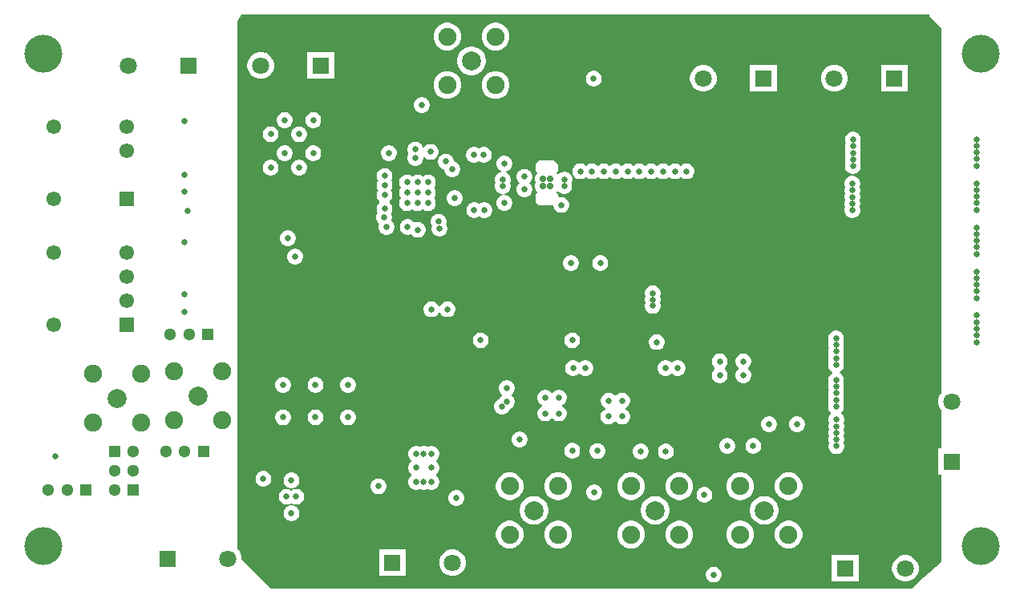
<source format=gbr>
%TF.GenerationSoftware,Altium Limited,Altium Designer,22.0.2 (36)*%
G04 Layer_Physical_Order=4*
G04 Layer_Color=16711680*
%FSLAX45Y45*%
%MOMM*%
%TF.SameCoordinates,A85A4143-1F01-4578-B965-72C63468A48A*%
%TF.FilePolarity,Positive*%
%TF.FileFunction,Copper,L4,Bot,Signal*%
%TF.Part,Single*%
G01*
G75*
%TA.AperFunction,ComponentPad*%
%ADD45C,0.65000*%
%ADD46C,1.90500*%
%ADD47C,2.00660*%
%ADD48R,1.30000X1.30000*%
%ADD49C,1.30000*%
%ADD50R,1.80000X1.80000*%
%ADD51C,1.80000*%
%ADD52R,1.80000X1.80000*%
%ADD53C,0.70000*%
%TA.AperFunction,ViaPad*%
%ADD54C,4.00000*%
%TA.AperFunction,ComponentPad*%
%ADD55C,1.55000*%
%ADD56R,1.55000X1.55000*%
%ADD57R,1.30000X1.30000*%
%TA.AperFunction,ViaPad*%
%ADD58C,0.65000*%
G36*
X9353300Y5600300D02*
X9480300Y5473300D01*
Y1618637D01*
X9475819Y1614156D01*
X9457282Y1582050D01*
X9447687Y1546240D01*
Y1509166D01*
X9457282Y1473356D01*
X9475819Y1441250D01*
X9480300Y1436769D01*
Y1033503D01*
X9447687D01*
Y751903D01*
X9480300D01*
Y-165000D01*
X9239192Y-383298D01*
X9167504Y-448204D01*
X2400705Y-448206D01*
X2090798Y-138298D01*
Y-111464D01*
X2081203Y-75654D01*
X2062666Y-43548D01*
X2050800Y-31682D01*
Y5536800D01*
X2088900Y5613000D01*
X9353300D01*
Y5600300D01*
D02*
G37*
%LPC*%
G36*
X4794498Y5526320D02*
X4756043D01*
X4718897Y5516367D01*
X4685594Y5497139D01*
X4658401Y5469947D01*
X4639174Y5436643D01*
X4629221Y5399498D01*
Y5361042D01*
X4639174Y5323897D01*
X4658401Y5290593D01*
X4685594Y5263401D01*
X4718897Y5244173D01*
X4756043Y5234220D01*
X4794498D01*
X4831644Y5244173D01*
X4864947Y5263401D01*
X4892140Y5290593D01*
X4911368Y5323897D01*
X4921321Y5361042D01*
Y5399498D01*
X4911368Y5436643D01*
X4892140Y5469947D01*
X4864947Y5497139D01*
X4831644Y5516367D01*
X4794498Y5526320D01*
D02*
G37*
G36*
X4283958D02*
X4245503D01*
X4208357Y5516367D01*
X4175054Y5497139D01*
X4147861Y5469947D01*
X4128634Y5436643D01*
X4118681Y5399498D01*
Y5361042D01*
X4128634Y5323897D01*
X4147861Y5290593D01*
X4175054Y5263401D01*
X4208357Y5244173D01*
X4245503Y5234220D01*
X4283958D01*
X4321104Y5244173D01*
X4354407Y5263401D01*
X4381600Y5290593D01*
X4400828Y5323897D01*
X4410781Y5361042D01*
Y5399498D01*
X4400828Y5436643D01*
X4381600Y5469947D01*
X4354407Y5497139D01*
X4321104Y5516367D01*
X4283958Y5526320D01*
D02*
G37*
G36*
X4534886Y5276130D02*
X4505116D01*
X4475918Y5270322D01*
X4448414Y5258930D01*
X4423661Y5242390D01*
X4402610Y5221340D01*
X4386071Y5196587D01*
X4374678Y5169083D01*
X4368871Y5139885D01*
Y5110115D01*
X4374678Y5080917D01*
X4386071Y5053413D01*
X4402610Y5028660D01*
X4423661Y5007609D01*
X4448414Y4991070D01*
X4475918Y4979678D01*
X4505116Y4973870D01*
X4534886D01*
X4564084Y4979678D01*
X4591587Y4991070D01*
X4616340Y5007609D01*
X4637391Y5028660D01*
X4653930Y5053413D01*
X4665323Y5080917D01*
X4671131Y5110115D01*
Y5139885D01*
X4665323Y5169083D01*
X4653930Y5196587D01*
X4637391Y5221340D01*
X4616340Y5242390D01*
X4591587Y5258930D01*
X4564084Y5270322D01*
X4534886Y5276130D01*
D02*
G37*
G36*
X3070801Y5215802D02*
X2789201D01*
Y4934203D01*
X3070801D01*
Y5215802D01*
D02*
G37*
G36*
X2313538D02*
X2276465D01*
X2240655Y5206207D01*
X2208548Y5187670D01*
X2182333Y5161456D01*
X2163797Y5129349D01*
X2154201Y5093539D01*
Y5056466D01*
X2163797Y5020656D01*
X2182333Y4988550D01*
X2208548Y4962335D01*
X2240655Y4943798D01*
X2276465Y4934203D01*
X2313538D01*
X2349348Y4943798D01*
X2381454Y4962335D01*
X2407669Y4988550D01*
X2426206Y5020656D01*
X2435801Y5056466D01*
Y5093539D01*
X2426206Y5129349D01*
X2407669Y5161456D01*
X2381454Y5187670D01*
X2349348Y5206207D01*
X2313538Y5215802D01*
D02*
G37*
G36*
X5822345Y5019065D02*
X5800411D01*
X5779225Y5013388D01*
X5760231Y5002422D01*
X5744721Y4986912D01*
X5733755Y4967917D01*
X5728078Y4946732D01*
Y4924798D01*
X5733755Y4903612D01*
X5744721Y4884617D01*
X5760231Y4869108D01*
X5779225Y4858141D01*
X5800411Y4852465D01*
X5822345D01*
X5843531Y4858141D01*
X5862525Y4869108D01*
X5878035Y4884617D01*
X5889001Y4903612D01*
X5894678Y4924798D01*
Y4946732D01*
X5889001Y4967917D01*
X5878035Y4986912D01*
X5862525Y5002422D01*
X5843531Y5013388D01*
X5822345Y5019065D01*
D02*
G37*
G36*
X9126673Y5080043D02*
X8845073D01*
Y4798444D01*
X9126673D01*
Y5080043D01*
D02*
G37*
G36*
X8369410D02*
X8332336D01*
X8296526Y5070448D01*
X8264420Y5051911D01*
X8238205Y5025696D01*
X8219669Y4993590D01*
X8210073Y4957780D01*
Y4920707D01*
X8219669Y4884897D01*
X8238205Y4852790D01*
X8264420Y4826576D01*
X8296526Y4808039D01*
X8332336Y4798444D01*
X8369410D01*
X8405220Y4808039D01*
X8437326Y4826576D01*
X8463541Y4852790D01*
X8482078Y4884897D01*
X8491673Y4920707D01*
Y4957780D01*
X8482078Y4993590D01*
X8463541Y5025696D01*
X8437326Y5051911D01*
X8405220Y5070448D01*
X8369410Y5080043D01*
D02*
G37*
G36*
X7744176D02*
X7462577D01*
Y4798444D01*
X7744176D01*
Y5080043D01*
D02*
G37*
G36*
X6986913D02*
X6949840D01*
X6914030Y5070448D01*
X6881923Y5051911D01*
X6855709Y5025696D01*
X6837172Y4993590D01*
X6827577Y4957780D01*
Y4920707D01*
X6837172Y4884897D01*
X6855709Y4852790D01*
X6881923Y4826576D01*
X6914030Y4808039D01*
X6949840Y4798444D01*
X6986913D01*
X7022723Y4808039D01*
X7054829Y4826576D01*
X7081044Y4852790D01*
X7099581Y4884897D01*
X7109176Y4920707D01*
Y4957780D01*
X7099581Y4993590D01*
X7081044Y5025696D01*
X7054829Y5051911D01*
X7022723Y5070448D01*
X6986913Y5080043D01*
D02*
G37*
G36*
X4794498Y5015780D02*
X4756043D01*
X4718897Y5005827D01*
X4685594Y4986599D01*
X4658401Y4959407D01*
X4639174Y4926103D01*
X4629221Y4888958D01*
Y4850502D01*
X4639174Y4813357D01*
X4658401Y4780053D01*
X4685594Y4752861D01*
X4718897Y4733633D01*
X4756043Y4723680D01*
X4794498D01*
X4831644Y4733633D01*
X4864947Y4752861D01*
X4892140Y4780053D01*
X4911368Y4813357D01*
X4921321Y4850502D01*
Y4888958D01*
X4911368Y4926103D01*
X4892140Y4959407D01*
X4864947Y4986599D01*
X4831644Y5005827D01*
X4794498Y5015780D01*
D02*
G37*
G36*
X4283958D02*
X4245503D01*
X4208357Y5005827D01*
X4175054Y4986599D01*
X4147861Y4959407D01*
X4128634Y4926103D01*
X4118681Y4888958D01*
Y4850502D01*
X4128634Y4813357D01*
X4147861Y4780053D01*
X4175054Y4752861D01*
X4208357Y4733633D01*
X4245503Y4723680D01*
X4283958D01*
X4321104Y4733633D01*
X4354407Y4752861D01*
X4381600Y4780053D01*
X4400828Y4813357D01*
X4410781Y4850502D01*
Y4888958D01*
X4400828Y4926103D01*
X4381600Y4959407D01*
X4354407Y4986599D01*
X4321104Y5005827D01*
X4283958Y5015780D01*
D02*
G37*
G36*
X4006942Y4740619D02*
X3985009D01*
X3963823Y4734943D01*
X3944828Y4723976D01*
X3929319Y4708467D01*
X3918352Y4689472D01*
X3912676Y4668286D01*
Y4646353D01*
X3918352Y4625167D01*
X3929319Y4606172D01*
X3944828Y4590663D01*
X3963823Y4579696D01*
X3985009Y4574019D01*
X4006942D01*
X4028128Y4579696D01*
X4047123Y4590663D01*
X4062632Y4606172D01*
X4073599Y4625167D01*
X4079276Y4646353D01*
Y4668286D01*
X4073599Y4689472D01*
X4062632Y4708467D01*
X4047123Y4723976D01*
X4028128Y4734943D01*
X4006942Y4740619D01*
D02*
G37*
G36*
X2860967Y4583300D02*
X2839033D01*
X2817848Y4577623D01*
X2798853Y4566657D01*
X2783343Y4551147D01*
X2772377Y4532152D01*
X2766700Y4510967D01*
Y4489033D01*
X2772377Y4467847D01*
X2783343Y4448852D01*
X2798853Y4433343D01*
X2817848Y4422376D01*
X2839033Y4416700D01*
X2860967D01*
X2882153Y4422376D01*
X2901148Y4433343D01*
X2916657Y4448852D01*
X2927624Y4467847D01*
X2933300Y4489033D01*
Y4510967D01*
X2927624Y4532152D01*
X2916657Y4551147D01*
X2901148Y4566657D01*
X2882153Y4577623D01*
X2860967Y4583300D01*
D02*
G37*
G36*
X2560967D02*
X2539033D01*
X2517847Y4577623D01*
X2498853Y4566657D01*
X2483343Y4551147D01*
X2472377Y4532152D01*
X2466700Y4510967D01*
Y4489033D01*
X2472377Y4467847D01*
X2483343Y4448852D01*
X2498853Y4433343D01*
X2517847Y4422376D01*
X2539033Y4416700D01*
X2560967D01*
X2582153Y4422376D01*
X2601147Y4433343D01*
X2616657Y4448852D01*
X2627623Y4467847D01*
X2633300Y4489033D01*
Y4510967D01*
X2627623Y4532152D01*
X2616657Y4551147D01*
X2601147Y4566657D01*
X2582153Y4577623D01*
X2560967Y4583300D01*
D02*
G37*
G36*
X2710967Y4433300D02*
X2689033D01*
X2667848Y4427623D01*
X2648853Y4416657D01*
X2633343Y4401147D01*
X2622377Y4382153D01*
X2616700Y4360967D01*
Y4339033D01*
X2622377Y4317847D01*
X2633343Y4298852D01*
X2648853Y4283343D01*
X2667848Y4272377D01*
X2689033Y4266700D01*
X2710967D01*
X2732153Y4272377D01*
X2751148Y4283343D01*
X2766657Y4298852D01*
X2777624Y4317847D01*
X2783300Y4339033D01*
Y4360967D01*
X2777624Y4382153D01*
X2766657Y4401147D01*
X2751148Y4416657D01*
X2732153Y4427623D01*
X2710967Y4433300D01*
D02*
G37*
G36*
X2410967D02*
X2389033D01*
X2367847Y4427623D01*
X2348853Y4416657D01*
X2333343Y4401147D01*
X2322377Y4382153D01*
X2316700Y4360967D01*
Y4339033D01*
X2322377Y4317847D01*
X2333343Y4298852D01*
X2348853Y4283343D01*
X2367847Y4272377D01*
X2389033Y4266700D01*
X2410967D01*
X2432153Y4272377D01*
X2451147Y4283343D01*
X2466657Y4298852D01*
X2477623Y4317847D01*
X2483300Y4339033D01*
Y4360967D01*
X2477623Y4382153D01*
X2466657Y4401147D01*
X2451147Y4416657D01*
X2432153Y4427623D01*
X2410967Y4433300D01*
D02*
G37*
G36*
X4662142Y4213644D02*
X4640209D01*
X4619023Y4207967D01*
X4600028Y4197001D01*
X4599690Y4196662D01*
X4599351Y4197001D01*
X4580356Y4207967D01*
X4559170Y4213644D01*
X4537237D01*
X4516051Y4207967D01*
X4497056Y4197001D01*
X4481547Y4181492D01*
X4470580Y4162497D01*
X4464904Y4141311D01*
Y4119377D01*
X4470580Y4098191D01*
X4481547Y4079197D01*
X4497056Y4063687D01*
X4516051Y4052721D01*
X4537237Y4047044D01*
X4559170D01*
X4580356Y4052721D01*
X4599351Y4063687D01*
X4599690Y4064026D01*
X4600028Y4063687D01*
X4619023Y4052721D01*
X4640209Y4047044D01*
X4662142D01*
X4683328Y4052721D01*
X4702323Y4063687D01*
X4717832Y4079197D01*
X4728799Y4098191D01*
X4734475Y4119377D01*
Y4141311D01*
X4728799Y4162497D01*
X4717832Y4181492D01*
X4702323Y4197001D01*
X4683328Y4207967D01*
X4662142Y4213644D01*
D02*
G37*
G36*
X3936945Y4272119D02*
X3915012D01*
X3893826Y4266442D01*
X3874831Y4255475D01*
X3859322Y4239966D01*
X3848355Y4220971D01*
X3842678Y4199785D01*
Y4177852D01*
X3848355Y4156666D01*
X3855773Y4143817D01*
X3848355Y4130969D01*
X3842678Y4109783D01*
Y4087850D01*
X3848355Y4066664D01*
X3859322Y4047669D01*
X3874831Y4032160D01*
X3893826Y4021193D01*
X3915012Y4015516D01*
X3936945D01*
X3958131Y4021193D01*
X3977126Y4032160D01*
X3992635Y4047669D01*
X4003602Y4066664D01*
X4009278Y4087850D01*
Y4108481D01*
X4010121Y4109246D01*
X4021526Y4112667D01*
X4037035Y4097158D01*
X4056030Y4086191D01*
X4077216Y4080515D01*
X4099150D01*
X4120335Y4086191D01*
X4139330Y4097158D01*
X4154840Y4112667D01*
X4165806Y4131662D01*
X4171483Y4152848D01*
Y4174782D01*
X4165806Y4195967D01*
X4154840Y4214962D01*
X4139330Y4230472D01*
X4120335Y4241438D01*
X4099150Y4247115D01*
X4077216D01*
X4056030Y4241438D01*
X4037035Y4230472D01*
X4021526Y4214962D01*
X4019364Y4211217D01*
X4005735Y4213011D01*
X4003602Y4220971D01*
X3992635Y4239966D01*
X3977126Y4255475D01*
X3958131Y4266442D01*
X3936945Y4272119D01*
D02*
G37*
G36*
X3660471Y4236091D02*
X3638538D01*
X3617352Y4230415D01*
X3598357Y4219448D01*
X3582848Y4203939D01*
X3571881Y4184944D01*
X3566204Y4163758D01*
Y4141825D01*
X3571881Y4120639D01*
X3582848Y4101644D01*
X3598357Y4086135D01*
X3617352Y4075168D01*
X3638538Y4069491D01*
X3660471D01*
X3681657Y4075168D01*
X3700652Y4086135D01*
X3716161Y4101644D01*
X3727128Y4120639D01*
X3732805Y4141825D01*
Y4163758D01*
X3727128Y4184944D01*
X3716161Y4203939D01*
X3700652Y4219448D01*
X3681657Y4230415D01*
X3660471Y4236091D01*
D02*
G37*
G36*
X2860967Y4233300D02*
X2839033D01*
X2817848Y4227623D01*
X2798853Y4216657D01*
X2783343Y4201147D01*
X2772377Y4182152D01*
X2766700Y4160967D01*
Y4139033D01*
X2772377Y4117847D01*
X2783343Y4098852D01*
X2798853Y4083343D01*
X2817848Y4072376D01*
X2839033Y4066700D01*
X2860967D01*
X2882153Y4072376D01*
X2901148Y4083343D01*
X2916657Y4098852D01*
X2927624Y4117847D01*
X2933300Y4139033D01*
Y4160967D01*
X2927624Y4182152D01*
X2916657Y4201147D01*
X2901148Y4216657D01*
X2882153Y4227623D01*
X2860967Y4233300D01*
D02*
G37*
G36*
X2560967D02*
X2539033D01*
X2517847Y4227623D01*
X2498853Y4216657D01*
X2483343Y4201147D01*
X2472377Y4182152D01*
X2466700Y4160967D01*
Y4139033D01*
X2472377Y4117847D01*
X2483343Y4098852D01*
X2498853Y4083343D01*
X2517847Y4072376D01*
X2539033Y4066700D01*
X2560967D01*
X2582153Y4072376D01*
X2601147Y4083343D01*
X2616657Y4098852D01*
X2627623Y4117847D01*
X2633300Y4139033D01*
Y4160967D01*
X2627623Y4182152D01*
X2616657Y4201147D01*
X2601147Y4216657D01*
X2582153Y4227623D01*
X2560967Y4233300D01*
D02*
G37*
G36*
X6803612Y4041698D02*
X6781679D01*
X6760493Y4036022D01*
X6741498Y4025055D01*
X6730182Y4013739D01*
X6718865Y4025055D01*
X6699871Y4036022D01*
X6678685Y4041698D01*
X6656751D01*
X6635565Y4036022D01*
X6616570Y4025055D01*
X6605254Y4013739D01*
X6593938Y4025055D01*
X6574943Y4036022D01*
X6553757Y4041698D01*
X6531824D01*
X6510638Y4036022D01*
X6491643Y4025055D01*
X6480327Y4013739D01*
X6469011Y4025055D01*
X6450016Y4036022D01*
X6428830Y4041698D01*
X6406897D01*
X6385711Y4036022D01*
X6366716Y4025055D01*
X6356045Y4014384D01*
X6345374Y4025055D01*
X6326379Y4036022D01*
X6305193Y4041698D01*
X6283259D01*
X6262074Y4036022D01*
X6243079Y4025055D01*
X6231727Y4013703D01*
X6220375Y4025055D01*
X6201380Y4036022D01*
X6180194Y4041698D01*
X6158261D01*
X6137075Y4036022D01*
X6118080Y4025055D01*
X6105476Y4012451D01*
X6092872Y4025055D01*
X6073877Y4036022D01*
X6052691Y4041698D01*
X6030758D01*
X6009572Y4036022D01*
X5990577Y4025055D01*
X5979942Y4014419D01*
X5969306Y4025055D01*
X5950311Y4036022D01*
X5929126Y4041698D01*
X5907192D01*
X5886006Y4036022D01*
X5867011Y4025055D01*
X5855695Y4013739D01*
X5844379Y4025055D01*
X5825384Y4036022D01*
X5804198Y4041698D01*
X5782265D01*
X5761079Y4036022D01*
X5742084Y4025055D01*
X5730768Y4013739D01*
X5719452Y4025055D01*
X5700457Y4036022D01*
X5679271Y4041698D01*
X5657337D01*
X5636152Y4036022D01*
X5617157Y4025055D01*
X5601647Y4009546D01*
X5590681Y3990551D01*
X5585004Y3969365D01*
Y3947432D01*
X5590681Y3926246D01*
X5601647Y3907251D01*
X5617157Y3891742D01*
X5636152Y3880775D01*
X5657337Y3875098D01*
X5679271D01*
X5700457Y3880775D01*
X5719452Y3891742D01*
X5730768Y3903058D01*
X5742084Y3891742D01*
X5761079Y3880775D01*
X5782265Y3875098D01*
X5804198D01*
X5825384Y3880775D01*
X5844379Y3891742D01*
X5855695Y3903058D01*
X5867011Y3891742D01*
X5886006Y3880775D01*
X5907192Y3875098D01*
X5929126D01*
X5950311Y3880775D01*
X5969306Y3891742D01*
X5979942Y3902377D01*
X5990577Y3891742D01*
X6009572Y3880775D01*
X6030758Y3875098D01*
X6052691D01*
X6073877Y3880775D01*
X6092872Y3891742D01*
X6105476Y3904346D01*
X6118080Y3891742D01*
X6137075Y3880775D01*
X6158261Y3875098D01*
X6180194D01*
X6201380Y3880775D01*
X6220375Y3891742D01*
X6231727Y3903093D01*
X6243079Y3891742D01*
X6262074Y3880775D01*
X6283259Y3875098D01*
X6305193D01*
X6326379Y3880775D01*
X6345374Y3891742D01*
X6356045Y3902413D01*
X6366716Y3891742D01*
X6385711Y3880775D01*
X6406897Y3875098D01*
X6428830D01*
X6450016Y3880775D01*
X6469011Y3891742D01*
X6480327Y3903058D01*
X6491643Y3891742D01*
X6510638Y3880775D01*
X6531824Y3875098D01*
X6553757D01*
X6574943Y3880775D01*
X6593938Y3891742D01*
X6605254Y3903058D01*
X6616570Y3891742D01*
X6635565Y3880775D01*
X6656751Y3875098D01*
X6678685D01*
X6699871Y3880775D01*
X6718865Y3891742D01*
X6730182Y3903058D01*
X6741498Y3891742D01*
X6760493Y3880775D01*
X6781679Y3875098D01*
X6803612D01*
X6824798Y3880775D01*
X6843793Y3891742D01*
X6859302Y3907251D01*
X6870269Y3926246D01*
X6875945Y3947432D01*
Y3969365D01*
X6870269Y3990551D01*
X6859302Y4009546D01*
X6843793Y4025055D01*
X6824798Y4036022D01*
X6803612Y4041698D01*
D02*
G37*
G36*
X8558257Y4375667D02*
X8536324D01*
X8515138Y4369990D01*
X8496143Y4359023D01*
X8480634Y4343514D01*
X8469667Y4324519D01*
X8463991Y4303333D01*
Y4281400D01*
X8469667Y4260214D01*
X8471311Y4257366D01*
X8469668Y4254519D01*
X8463991Y4233333D01*
Y4211400D01*
X8469668Y4190214D01*
X8471312Y4187367D01*
X8469668Y4184519D01*
X8463991Y4163333D01*
Y4141400D01*
X8469668Y4120214D01*
X8471312Y4117366D01*
X8469668Y4114519D01*
X8463992Y4093333D01*
Y4071400D01*
X8469668Y4050214D01*
X8471312Y4047366D01*
X8469669Y4044519D01*
X8463992Y4023334D01*
Y4001400D01*
X8469669Y3980214D01*
X8480635Y3961219D01*
X8496145Y3945710D01*
X8515139Y3934743D01*
X8536325Y3929067D01*
X8558259D01*
X8579445Y3934743D01*
X8598439Y3945710D01*
X8613949Y3961219D01*
X8624915Y3980214D01*
X8630592Y4001400D01*
Y4023334D01*
X8624915Y4044519D01*
X8623272Y4047367D01*
X8624915Y4050214D01*
X8630592Y4071400D01*
Y4093333D01*
X8624915Y4114519D01*
X8623271Y4117367D01*
X8624915Y4120214D01*
X8630591Y4141400D01*
Y4163333D01*
X8624915Y4184519D01*
X8623271Y4187367D01*
X8624915Y4190214D01*
X8630591Y4211400D01*
Y4233333D01*
X8624915Y4254519D01*
X8623271Y4257367D01*
X8624914Y4260214D01*
X8630591Y4281400D01*
Y4303333D01*
X8624914Y4324519D01*
X8613947Y4343514D01*
X8598438Y4359023D01*
X8579443Y4369990D01*
X8558257Y4375667D01*
D02*
G37*
G36*
X2710967Y4083300D02*
X2689033D01*
X2667848Y4077623D01*
X2648853Y4066657D01*
X2633343Y4051147D01*
X2622377Y4032152D01*
X2616700Y4010967D01*
Y3989033D01*
X2622377Y3967847D01*
X2633343Y3948852D01*
X2648853Y3933343D01*
X2667848Y3922376D01*
X2689033Y3916700D01*
X2710967D01*
X2732153Y3922376D01*
X2751148Y3933343D01*
X2766657Y3948852D01*
X2777624Y3967847D01*
X2783300Y3989033D01*
Y4010967D01*
X2777624Y4032152D01*
X2766657Y4051147D01*
X2751148Y4066657D01*
X2732153Y4077623D01*
X2710967Y4083300D01*
D02*
G37*
G36*
X2410967D02*
X2389033D01*
X2367847Y4077623D01*
X2348853Y4066657D01*
X2333343Y4051147D01*
X2322377Y4032152D01*
X2316700Y4010967D01*
Y3989033D01*
X2322377Y3967847D01*
X2333343Y3948852D01*
X2348853Y3933343D01*
X2367847Y3922376D01*
X2389033Y3916700D01*
X2410967D01*
X2432153Y3922376D01*
X2451147Y3933343D01*
X2466657Y3948852D01*
X2477623Y3967847D01*
X2483300Y3989033D01*
Y4010967D01*
X2477623Y4032152D01*
X2466657Y4051147D01*
X2451147Y4066657D01*
X2432153Y4077623D01*
X2410967Y4083300D01*
D02*
G37*
G36*
X4071530Y3924687D02*
X4049596D01*
X4028410Y3919011D01*
X4009415Y3908044D01*
X4005562Y3904190D01*
X4001708Y3908044D01*
X3982713Y3919011D01*
X3961527Y3924687D01*
X3939594D01*
X3918408Y3919011D01*
X3899413Y3908044D01*
X3895562Y3904193D01*
X3891711Y3908044D01*
X3872716Y3919011D01*
X3851530Y3924687D01*
X3829597D01*
X3808411Y3919011D01*
X3789416Y3908044D01*
X3773907Y3892535D01*
X3762940Y3873540D01*
X3757263Y3852354D01*
Y3830421D01*
X3762940Y3809235D01*
X3773907Y3790240D01*
X3777758Y3786389D01*
X3773907Y3782538D01*
X3762940Y3763543D01*
X3757263Y3742357D01*
Y3720423D01*
X3762940Y3699237D01*
X3773907Y3680243D01*
X3777760Y3676389D01*
X3773907Y3672535D01*
X3762940Y3653540D01*
X3757263Y3632354D01*
Y3610421D01*
X3762940Y3589235D01*
X3773907Y3570240D01*
X3789416Y3554731D01*
X3808411Y3543764D01*
X3829597Y3538088D01*
X3851530D01*
X3872716Y3543764D01*
X3891711Y3554731D01*
X3895562Y3558582D01*
X3899413Y3554731D01*
X3918408Y3543764D01*
X3939594Y3538088D01*
X3961527D01*
X3982713Y3543764D01*
X4001708Y3554731D01*
X4005562Y3558585D01*
X4009415Y3554731D01*
X4028410Y3543764D01*
X4049596Y3538088D01*
X4071530D01*
X4092715Y3543764D01*
X4111710Y3554731D01*
X4127220Y3570240D01*
X4138186Y3589235D01*
X4143863Y3610421D01*
Y3632354D01*
X4138186Y3653540D01*
X4127220Y3672535D01*
X4123366Y3676389D01*
X4127220Y3680243D01*
X4138186Y3699237D01*
X4143863Y3720423D01*
Y3742357D01*
X4138186Y3763543D01*
X4127220Y3782538D01*
X4123368Y3786389D01*
X4127220Y3790240D01*
X4138186Y3809235D01*
X4143863Y3830421D01*
Y3852354D01*
X4138186Y3873540D01*
X4127220Y3892535D01*
X4111710Y3908044D01*
X4092715Y3919011D01*
X4071530Y3924687D01*
D02*
G37*
G36*
X4261943Y4144616D02*
X4240010D01*
X4218824Y4138939D01*
X4199829Y4127972D01*
X4184320Y4112463D01*
X4173353Y4093468D01*
X4167676Y4072282D01*
Y4050349D01*
X4173353Y4029163D01*
X4184320Y4010168D01*
X4199829Y3994659D01*
X4218824Y3983692D01*
X4235179Y3979310D01*
Y3970349D01*
X4240856Y3949163D01*
X4251823Y3930168D01*
X4267332Y3914659D01*
X4286327Y3903692D01*
X4307513Y3898016D01*
X4329446D01*
X4350632Y3903692D01*
X4369627Y3914659D01*
X4385136Y3930168D01*
X4396103Y3949163D01*
X4401780Y3970349D01*
Y3992283D01*
X4396103Y4013468D01*
X4385136Y4032463D01*
X4369627Y4047973D01*
X4350632Y4058939D01*
X4334277Y4063322D01*
Y4072282D01*
X4328600Y4093468D01*
X4317633Y4112463D01*
X4302124Y4127972D01*
X4283129Y4138939D01*
X4261943Y4144616D01*
D02*
G37*
G36*
X5396451Y4075000D02*
X5232500Y4075000D01*
X5200000Y4042500D01*
Y3960020D01*
X5220340Y3939680D01*
X5209543Y3928882D01*
X5198247Y3909318D01*
X5192400Y3887496D01*
Y3864904D01*
X5198247Y3843082D01*
X5201066Y3838200D01*
X5198247Y3833317D01*
X5192400Y3811496D01*
Y3788904D01*
X5198247Y3767082D01*
X5209543Y3747518D01*
X5220373Y3736687D01*
X5200000Y3716314D01*
Y3633834D01*
X5232500Y3601334D01*
X5385101Y3601334D01*
Y3592172D01*
X5390778Y3570986D01*
X5401744Y3551991D01*
X5417254Y3536482D01*
X5436248Y3525515D01*
X5457434Y3519839D01*
X5479368D01*
X5500554Y3525515D01*
X5519549Y3536482D01*
X5535058Y3551991D01*
X5546024Y3570986D01*
X5551701Y3592172D01*
Y3614105D01*
X5546024Y3635291D01*
X5535058Y3654286D01*
X5519549Y3669795D01*
X5500554Y3680762D01*
X5479368Y3686439D01*
X5457434D01*
X5447968Y3683902D01*
X5437892Y3691634D01*
Y3712376D01*
X5416654Y3733614D01*
X5422494Y3745735D01*
X5426401Y3746980D01*
X5436342Y3745474D01*
X5448307Y3733509D01*
X5467302Y3722543D01*
X5488488Y3716866D01*
X5510421D01*
X5531607Y3722543D01*
X5550602Y3733509D01*
X5566111Y3749019D01*
X5577078Y3768014D01*
X5582754Y3789199D01*
Y3811133D01*
X5577078Y3832319D01*
X5576264Y3833728D01*
X5580328Y3840766D01*
X5586004Y3861952D01*
Y3883885D01*
X5580328Y3905071D01*
X5569361Y3924066D01*
X5553852Y3939575D01*
X5534857Y3950542D01*
X5513671Y3956219D01*
X5491738D01*
X5470552Y3950542D01*
X5451557Y3939575D01*
X5438745Y3926764D01*
X5424304Y3926376D01*
X5422857Y3928882D01*
X5412837Y3938903D01*
X5437892Y3963958D01*
Y4033566D01*
X5396451Y4075000D01*
D02*
G37*
G36*
X5089151Y3984173D02*
X5067217D01*
X5046031Y3978497D01*
X5027036Y3967530D01*
X5011527Y3952021D01*
X5000560Y3933026D01*
X4994884Y3911840D01*
Y3889907D01*
X5000560Y3868721D01*
X5011527Y3849726D01*
X5025769Y3835484D01*
X5011527Y3821241D01*
X5000560Y3802246D01*
X4994884Y3781061D01*
Y3759127D01*
X5000560Y3737941D01*
X5011527Y3718946D01*
X5027036Y3703437D01*
X5046031Y3692470D01*
X5067217Y3686794D01*
X5089151D01*
X5110336Y3692470D01*
X5129331Y3703437D01*
X5144841Y3718946D01*
X5155807Y3737941D01*
X5161484Y3759127D01*
Y3781061D01*
X5155807Y3802246D01*
X5144841Y3821241D01*
X5130598Y3835484D01*
X5144841Y3849726D01*
X5155807Y3868721D01*
X5161484Y3889907D01*
Y3911840D01*
X5155807Y3933026D01*
X5144841Y3952021D01*
X5129331Y3967530D01*
X5110336Y3978497D01*
X5089151Y3984173D01*
D02*
G37*
G36*
X4666862Y3630615D02*
X4644929D01*
X4623743Y3624938D01*
X4604748Y3613971D01*
X4602930Y3612153D01*
X4601112Y3613971D01*
X4582118Y3624938D01*
X4560932Y3630615D01*
X4538998D01*
X4517812Y3624938D01*
X4498818Y3613971D01*
X4483308Y3598462D01*
X4472342Y3579467D01*
X4466665Y3558281D01*
Y3536348D01*
X4472342Y3515162D01*
X4483308Y3496167D01*
X4498818Y3480658D01*
X4517812Y3469691D01*
X4538998Y3464014D01*
X4560932D01*
X4582118Y3469691D01*
X4601112Y3480658D01*
X4602930Y3482476D01*
X4604748Y3480658D01*
X4623743Y3469691D01*
X4644929Y3464014D01*
X4666862D01*
X4688048Y3469691D01*
X4707043Y3480658D01*
X4722552Y3496167D01*
X4733519Y3515162D01*
X4739196Y3536348D01*
Y3558281D01*
X4733519Y3579467D01*
X4722552Y3598462D01*
X4707043Y3613971D01*
X4688048Y3624938D01*
X4666862Y3630615D01*
D02*
G37*
G36*
X4354918Y3757359D02*
X4332984D01*
X4311798Y3751682D01*
X4292803Y3740715D01*
X4277294Y3725206D01*
X4266328Y3706211D01*
X4260651Y3685025D01*
Y3663092D01*
X4266328Y3641906D01*
X4277294Y3622911D01*
X4292803Y3607402D01*
X4311798Y3596435D01*
X4332984Y3590759D01*
X4354918D01*
X4376104Y3596435D01*
X4395098Y3607402D01*
X4410608Y3622911D01*
X4421574Y3641906D01*
X4427251Y3663092D01*
Y3685025D01*
X4421574Y3706211D01*
X4410608Y3725206D01*
X4395098Y3740715D01*
X4376104Y3751682D01*
X4354918Y3757359D01*
D02*
G37*
G36*
X4876783Y4122647D02*
X4854850D01*
X4833664Y4116970D01*
X4814669Y4106003D01*
X4799160Y4090494D01*
X4788193Y4071499D01*
X4782516Y4050313D01*
Y4028380D01*
X4788193Y4007194D01*
X4799160Y3988199D01*
X4814669Y3972690D01*
X4831097Y3963205D01*
X4831386Y3954320D01*
X4829982Y3949758D01*
X4817645Y3946453D01*
X4798650Y3935486D01*
X4783141Y3919977D01*
X4772174Y3900982D01*
X4766497Y3879796D01*
Y3857862D01*
X4772074Y3837050D01*
X4771481Y3836023D01*
X4765804Y3814837D01*
Y3792904D01*
X4771481Y3771718D01*
X4782448Y3752723D01*
X4797957Y3737214D01*
X4816952Y3726247D01*
X4838138Y3720571D01*
X4847756D01*
X4853814Y3720570D01*
X4854849Y3708300D01*
X4848745Y3706664D01*
X4833664Y3702623D01*
X4814669Y3691656D01*
X4799160Y3676147D01*
X4788193Y3657152D01*
X4782516Y3635966D01*
Y3614033D01*
X4788193Y3592847D01*
X4799160Y3573852D01*
X4814669Y3558343D01*
X4833664Y3547376D01*
X4854850Y3541699D01*
X4876783D01*
X4897969Y3547376D01*
X4916964Y3558343D01*
X4932473Y3573852D01*
X4943440Y3592847D01*
X4949117Y3614033D01*
Y3635966D01*
X4943440Y3657152D01*
X4932473Y3676147D01*
X4916964Y3691656D01*
X4897969Y3702623D01*
X4876783Y3708299D01*
X4867165D01*
X4861107Y3708300D01*
X4860072Y3720570D01*
X4866176Y3722206D01*
X4881257Y3726247D01*
X4900252Y3737214D01*
X4915761Y3752723D01*
X4926728Y3771718D01*
X4932404Y3792904D01*
Y3814837D01*
X4926828Y3835650D01*
X4927421Y3836677D01*
X4933097Y3857862D01*
Y3879796D01*
X4927421Y3900982D01*
X4916454Y3919977D01*
X4900945Y3935486D01*
X4884517Y3944971D01*
X4884228Y3953856D01*
X4885631Y3958417D01*
X4897969Y3961723D01*
X4916964Y3972690D01*
X4932473Y3988199D01*
X4943440Y4007194D01*
X4949117Y4028380D01*
Y4050313D01*
X4943440Y4071499D01*
X4932473Y4090494D01*
X4916964Y4106003D01*
X4897969Y4116970D01*
X4876783Y4122647D01*
D02*
G37*
G36*
X8550759Y3910162D02*
X8528826D01*
X8507640Y3904485D01*
X8488645Y3893518D01*
X8473136Y3878009D01*
X8462169Y3859014D01*
X8456493Y3837828D01*
Y3815895D01*
X8462169Y3794709D01*
X8463813Y3791861D01*
X8462170Y3789014D01*
X8456493Y3767828D01*
Y3745895D01*
X8462170Y3724709D01*
X8463814Y3721861D01*
X8462170Y3719014D01*
X8456493Y3697828D01*
Y3675895D01*
X8462170Y3654709D01*
X8463814Y3651861D01*
X8462170Y3649014D01*
X8456494Y3627828D01*
Y3605894D01*
X8462170Y3584709D01*
X8463814Y3581861D01*
X8462171Y3579014D01*
X8456494Y3557829D01*
Y3535895D01*
X8462171Y3514709D01*
X8473137Y3495714D01*
X8488646Y3480205D01*
X8507641Y3469238D01*
X8528827Y3463562D01*
X8550761D01*
X8571947Y3469238D01*
X8590941Y3480205D01*
X8606451Y3495714D01*
X8617417Y3514709D01*
X8623094Y3535895D01*
Y3557829D01*
X8617417Y3579014D01*
X8615773Y3581862D01*
X8617417Y3584709D01*
X8623094Y3605894D01*
Y3627828D01*
X8617417Y3649014D01*
X8615773Y3651862D01*
X8617417Y3654709D01*
X8623093Y3675895D01*
Y3697828D01*
X8617417Y3719014D01*
X8615773Y3721861D01*
X8617417Y3724709D01*
X8623093Y3745895D01*
Y3767828D01*
X8617417Y3789014D01*
X8615772Y3791862D01*
X8617416Y3794709D01*
X8623093Y3815895D01*
Y3837828D01*
X8617416Y3859014D01*
X8606449Y3878009D01*
X8590940Y3893518D01*
X8571945Y3904485D01*
X8550759Y3910162D01*
D02*
G37*
G36*
X3614152Y3992119D02*
X3592218D01*
X3571032Y3986443D01*
X3552038Y3975476D01*
X3536528Y3959967D01*
X3525562Y3940972D01*
X3519885Y3919786D01*
Y3897853D01*
X3525562Y3876667D01*
X3535866Y3858819D01*
X3525562Y3840972D01*
X3519885Y3819786D01*
Y3797853D01*
X3525562Y3776667D01*
X3536528Y3757672D01*
X3536633Y3757567D01*
X3536528Y3757463D01*
X3525562Y3738468D01*
X3519885Y3717282D01*
Y3695348D01*
X3525562Y3674163D01*
X3536528Y3655168D01*
X3546978Y3644718D01*
X3550598Y3636316D01*
X3546978Y3627915D01*
X3536528Y3617464D01*
X3525562Y3598470D01*
X3519885Y3577284D01*
Y3555350D01*
X3525562Y3534164D01*
X3533169Y3520987D01*
X3523057Y3503472D01*
X3517381Y3482286D01*
Y3460353D01*
X3523057Y3439167D01*
X3534024Y3420172D01*
X3548242Y3405954D01*
X3547141Y3404048D01*
X3541465Y3382862D01*
Y3360929D01*
X3547141Y3339743D01*
X3558108Y3320748D01*
X3573617Y3305239D01*
X3592612Y3294272D01*
X3613798Y3288595D01*
X3635732D01*
X3656918Y3294272D01*
X3675912Y3305239D01*
X3691422Y3320748D01*
X3702388Y3339743D01*
X3708065Y3360929D01*
Y3382862D01*
X3702388Y3404048D01*
X3691422Y3423043D01*
X3677203Y3437261D01*
X3678304Y3439167D01*
X3683981Y3460353D01*
Y3482286D01*
X3678304Y3503472D01*
X3670696Y3516649D01*
X3680808Y3534164D01*
X3686485Y3555350D01*
Y3577284D01*
X3680808Y3598470D01*
X3669842Y3617464D01*
X3659392Y3627915D01*
X3655772Y3636316D01*
X3659392Y3644718D01*
X3669842Y3655168D01*
X3680808Y3674163D01*
X3686485Y3695348D01*
Y3717282D01*
X3680808Y3738468D01*
X3669842Y3757463D01*
X3669737Y3757567D01*
X3669842Y3757672D01*
X3680808Y3776667D01*
X3686485Y3797853D01*
Y3819786D01*
X3680808Y3840972D01*
X3670504Y3858819D01*
X3680808Y3876667D01*
X3686485Y3897853D01*
Y3919786D01*
X3680808Y3940972D01*
X3669842Y3959967D01*
X3654333Y3975476D01*
X3635338Y3986443D01*
X3614152Y3992119D01*
D02*
G37*
G36*
X4185010Y3509884D02*
X4163077D01*
X4141891Y3504208D01*
X4122896Y3493241D01*
X4107387Y3477732D01*
X4096420Y3458737D01*
X4090743Y3437551D01*
Y3415618D01*
X4096420Y3394432D01*
X4105304Y3379044D01*
X4101631Y3365335D01*
Y3343401D01*
X4107308Y3322215D01*
X4118274Y3303220D01*
X4133783Y3287711D01*
X4152778Y3276745D01*
X4173964Y3271068D01*
X4195898D01*
X4217084Y3276745D01*
X4236078Y3287711D01*
X4251588Y3303220D01*
X4262554Y3322215D01*
X4268231Y3343401D01*
Y3365335D01*
X4262554Y3386521D01*
X4253670Y3401908D01*
X4257344Y3415618D01*
Y3437551D01*
X4251667Y3458737D01*
X4240700Y3477732D01*
X4225191Y3493241D01*
X4206196Y3504208D01*
X4185010Y3509884D01*
D02*
G37*
G36*
X3858259Y3455195D02*
X3836325D01*
X3815139Y3449519D01*
X3796145Y3438552D01*
X3780635Y3423043D01*
X3769669Y3404048D01*
X3763992Y3382862D01*
Y3360929D01*
X3769669Y3339743D01*
X3780635Y3320748D01*
X3796145Y3305239D01*
X3815139Y3294272D01*
X3836325Y3288595D01*
X3858259D01*
X3879445Y3294272D01*
X3884314Y3297083D01*
X3888305Y3290169D01*
X3903814Y3274660D01*
X3922809Y3263693D01*
X3943995Y3258017D01*
X3965928D01*
X3987114Y3263693D01*
X4006109Y3274660D01*
X4021618Y3290169D01*
X4032585Y3309164D01*
X4038262Y3330350D01*
Y3352284D01*
X4032585Y3373470D01*
X4021618Y3392464D01*
X4006109Y3407974D01*
X3987114Y3418940D01*
X3965928Y3424617D01*
X3943995D01*
X3922809Y3418940D01*
X3917940Y3416129D01*
X3913949Y3423043D01*
X3898439Y3438552D01*
X3879445Y3449519D01*
X3858259Y3455195D01*
D02*
G37*
G36*
X2591375Y3335802D02*
X2569442D01*
X2548256Y3330125D01*
X2529261Y3319158D01*
X2513752Y3303649D01*
X2502785Y3284654D01*
X2497109Y3263468D01*
Y3241535D01*
X2502785Y3220349D01*
X2513752Y3201354D01*
X2529261Y3185845D01*
X2548256Y3174878D01*
X2569442Y3169202D01*
X2591375D01*
X2612561Y3174878D01*
X2631556Y3185845D01*
X2647065Y3201354D01*
X2658032Y3220349D01*
X2663709Y3241535D01*
Y3263468D01*
X2658032Y3284654D01*
X2647065Y3303649D01*
X2631556Y3319158D01*
X2612561Y3330125D01*
X2591375Y3335802D01*
D02*
G37*
G36*
X2670318Y3143300D02*
X2648385D01*
X2627199Y3137624D01*
X2608204Y3126657D01*
X2592695Y3111148D01*
X2581728Y3092153D01*
X2576051Y3070967D01*
Y3049034D01*
X2581728Y3027848D01*
X2592695Y3008853D01*
X2608204Y2993344D01*
X2627199Y2982377D01*
X2648385Y2976700D01*
X2670318D01*
X2691504Y2982377D01*
X2710499Y2993344D01*
X2726008Y3008853D01*
X2736975Y3027848D01*
X2742651Y3049034D01*
Y3070967D01*
X2736975Y3092153D01*
X2726008Y3111148D01*
X2710499Y3126657D01*
X2691504Y3137624D01*
X2670318Y3143300D01*
D02*
G37*
G36*
X5891378Y3073384D02*
X5869444D01*
X5848258Y3067708D01*
X5829263Y3056741D01*
X5813754Y3041232D01*
X5802787Y3022237D01*
X5797111Y3001051D01*
Y2979117D01*
X5802787Y2957932D01*
X5813754Y2938937D01*
X5829263Y2923427D01*
X5848258Y2912461D01*
X5869444Y2906784D01*
X5891378D01*
X5912563Y2912461D01*
X5931558Y2923427D01*
X5947068Y2938937D01*
X5958034Y2957932D01*
X5963711Y2979117D01*
Y3001051D01*
X5958034Y3022237D01*
X5947068Y3041232D01*
X5931558Y3056741D01*
X5912563Y3067708D01*
X5891378Y3073384D01*
D02*
G37*
G36*
X5580555D02*
X5558621D01*
X5537435Y3067708D01*
X5518441Y3056741D01*
X5502931Y3041232D01*
X5491965Y3022237D01*
X5486288Y3001051D01*
Y2979117D01*
X5491965Y2957932D01*
X5502931Y2938937D01*
X5518441Y2923427D01*
X5537435Y2912461D01*
X5558621Y2906784D01*
X5580555D01*
X5601741Y2912461D01*
X5620736Y2923427D01*
X5636245Y2938937D01*
X5647211Y2957932D01*
X5652888Y2979117D01*
Y3001051D01*
X5647211Y3022237D01*
X5636245Y3041232D01*
X5620736Y3056741D01*
X5601741Y3067708D01*
X5580555Y3073384D01*
D02*
G37*
G36*
X4275967Y2585392D02*
X4254033D01*
X4232847Y2579715D01*
X4213852Y2568748D01*
X4198343Y2553239D01*
X4187989Y2535306D01*
X4181640Y2534244D01*
X4180862D01*
X4174513Y2535306D01*
X4164159Y2553239D01*
X4148650Y2568748D01*
X4129655Y2579715D01*
X4108469Y2585392D01*
X4086535D01*
X4065350Y2579715D01*
X4046355Y2568748D01*
X4030845Y2553239D01*
X4019879Y2534244D01*
X4014202Y2513058D01*
Y2491125D01*
X4019879Y2469939D01*
X4030845Y2450944D01*
X4046355Y2435435D01*
X4065350Y2424468D01*
X4086535Y2418791D01*
X4108469D01*
X4129655Y2424468D01*
X4148650Y2435435D01*
X4164159Y2450944D01*
X4174513Y2468877D01*
X4180862Y2469939D01*
X4181640D01*
X4187989Y2468877D01*
X4198343Y2450944D01*
X4213852Y2435435D01*
X4232847Y2424468D01*
X4254033Y2418791D01*
X4275967D01*
X4297152Y2424468D01*
X4316147Y2435435D01*
X4331657Y2450944D01*
X4342623Y2469939D01*
X4348300Y2491125D01*
Y2513058D01*
X4342623Y2534244D01*
X4331657Y2553239D01*
X4316147Y2568748D01*
X4297152Y2579715D01*
X4275967Y2585392D01*
D02*
G37*
G36*
X6445867Y2755500D02*
X6423934D01*
X6402748Y2749824D01*
X6383753Y2738857D01*
X6368244Y2723348D01*
X6357277Y2704353D01*
X6351601Y2683167D01*
Y2661233D01*
X6357277Y2640048D01*
X6358200Y2638450D01*
X6357277Y2636853D01*
X6351601Y2615667D01*
Y2593733D01*
X6357277Y2572548D01*
X6358200Y2570950D01*
X6357277Y2569353D01*
X6351601Y2548167D01*
Y2526233D01*
X6357277Y2505048D01*
X6368244Y2486053D01*
X6383753Y2470543D01*
X6402748Y2459577D01*
X6423934Y2453900D01*
X6445867D01*
X6467053Y2459577D01*
X6486048Y2470543D01*
X6501557Y2486053D01*
X6512524Y2505048D01*
X6518201Y2526233D01*
Y2548167D01*
X6512524Y2569353D01*
X6511602Y2570950D01*
X6512524Y2572548D01*
X6518201Y2593733D01*
Y2615667D01*
X6512524Y2636853D01*
X6511602Y2638450D01*
X6512524Y2640048D01*
X6518201Y2661233D01*
Y2683167D01*
X6512524Y2704353D01*
X6501557Y2723348D01*
X6486048Y2738857D01*
X6467053Y2749824D01*
X6445867Y2755500D01*
D02*
G37*
G36*
X5594765Y2257392D02*
X5572832D01*
X5551646Y2251716D01*
X5532651Y2240749D01*
X5517142Y2225240D01*
X5506175Y2206245D01*
X5500498Y2185059D01*
Y2163125D01*
X5506175Y2141940D01*
X5517142Y2122945D01*
X5532651Y2107435D01*
X5551646Y2096469D01*
X5572832Y2090792D01*
X5594765D01*
X5615951Y2096469D01*
X5634946Y2107435D01*
X5650455Y2122945D01*
X5661422Y2141940D01*
X5667098Y2163125D01*
Y2185059D01*
X5661422Y2206245D01*
X5650455Y2225240D01*
X5634946Y2240749D01*
X5615951Y2251716D01*
X5594765Y2257392D01*
D02*
G37*
G36*
X4628651D02*
X4606717D01*
X4585531Y2251716D01*
X4566536Y2240749D01*
X4551027Y2225240D01*
X4540061Y2206245D01*
X4534384Y2185059D01*
Y2163125D01*
X4540061Y2141940D01*
X4551027Y2122945D01*
X4566536Y2107435D01*
X4585531Y2096469D01*
X4606717Y2090792D01*
X4628651D01*
X4649837Y2096469D01*
X4668831Y2107435D01*
X4684341Y2122945D01*
X4695307Y2141940D01*
X4700984Y2163125D01*
Y2185059D01*
X4695307Y2206245D01*
X4684341Y2225240D01*
X4668831Y2240749D01*
X4649837Y2251716D01*
X4628651Y2257392D01*
D02*
G37*
G36*
X6485970Y2238298D02*
X6464036D01*
X6442850Y2232622D01*
X6423856Y2221655D01*
X6408346Y2206146D01*
X6397380Y2187151D01*
X6391703Y2165965D01*
Y2144032D01*
X6397380Y2122846D01*
X6408346Y2103851D01*
X6423856Y2088342D01*
X6442850Y2077375D01*
X6464036Y2071698D01*
X6485970D01*
X6507156Y2077375D01*
X6526151Y2088342D01*
X6541660Y2103851D01*
X6552626Y2122846D01*
X6558303Y2144032D01*
Y2165965D01*
X6552626Y2187151D01*
X6541660Y2206146D01*
X6526151Y2221655D01*
X6507156Y2232622D01*
X6485970Y2238298D01*
D02*
G37*
G36*
X6708469Y1965800D02*
X6686535D01*
X6665349Y1960124D01*
X6646354Y1949157D01*
X6633751Y1936553D01*
X6621147Y1949157D01*
X6602152Y1960124D01*
X6580966Y1965800D01*
X6559032D01*
X6537846Y1960124D01*
X6518852Y1949157D01*
X6503342Y1933648D01*
X6492376Y1914653D01*
X6486699Y1893467D01*
Y1871533D01*
X6492376Y1850348D01*
X6503342Y1831353D01*
X6518852Y1815843D01*
X6537846Y1804877D01*
X6559032Y1799200D01*
X6580966D01*
X6602152Y1804877D01*
X6621147Y1815843D01*
X6633751Y1828447D01*
X6646354Y1815843D01*
X6665349Y1804877D01*
X6686535Y1799200D01*
X6708469D01*
X6729655Y1804877D01*
X6748649Y1815843D01*
X6764159Y1831353D01*
X6775125Y1850348D01*
X6780802Y1871533D01*
Y1893467D01*
X6775125Y1914653D01*
X6764159Y1933648D01*
X6748649Y1949157D01*
X6729655Y1960124D01*
X6708469Y1965800D01*
D02*
G37*
G36*
X5733469D02*
X5711536D01*
X5690350Y1960124D01*
X5671355Y1949157D01*
X5657502Y1935303D01*
X5643648Y1949157D01*
X5624653Y1960124D01*
X5603467Y1965800D01*
X5581534D01*
X5560348Y1960124D01*
X5541353Y1949157D01*
X5525844Y1933648D01*
X5514877Y1914653D01*
X5509200Y1893467D01*
Y1871533D01*
X5514877Y1850348D01*
X5525844Y1831353D01*
X5541353Y1815843D01*
X5560348Y1804877D01*
X5581534Y1799200D01*
X5603467D01*
X5624653Y1804877D01*
X5643648Y1815843D01*
X5657502Y1829697D01*
X5671355Y1815843D01*
X5690350Y1804877D01*
X5711536Y1799200D01*
X5733469D01*
X5754655Y1804877D01*
X5773650Y1815843D01*
X5789159Y1831353D01*
X5800126Y1850348D01*
X5805803Y1871533D01*
Y1893467D01*
X5800126Y1914653D01*
X5789159Y1933648D01*
X5773650Y1949157D01*
X5754655Y1960124D01*
X5733469Y1965800D01*
D02*
G37*
G36*
X7400676Y2035088D02*
X7378743D01*
X7357557Y2029411D01*
X7338562Y2018445D01*
X7323053Y2002936D01*
X7312086Y1983941D01*
X7306409Y1962755D01*
Y1940821D01*
X7312086Y1919635D01*
X7323053Y1900641D01*
X7336782Y1886911D01*
X7337788Y1879202D01*
X7336782Y1871494D01*
X7323053Y1857764D01*
X7312086Y1838769D01*
X7306409Y1817584D01*
Y1795650D01*
X7312086Y1774464D01*
X7323053Y1755469D01*
X7338562Y1739960D01*
X7357557Y1728993D01*
X7378743Y1723317D01*
X7400676D01*
X7421862Y1728993D01*
X7440857Y1739960D01*
X7456366Y1755469D01*
X7467333Y1774464D01*
X7473009Y1795650D01*
Y1817584D01*
X7467333Y1838769D01*
X7456366Y1857764D01*
X7442636Y1871494D01*
X7441631Y1879202D01*
X7442636Y1886911D01*
X7456366Y1900641D01*
X7467333Y1919635D01*
X7473009Y1940821D01*
Y1962755D01*
X7467333Y1983941D01*
X7456366Y2002936D01*
X7440857Y2018445D01*
X7421862Y2029411D01*
X7400676Y2035088D01*
D02*
G37*
G36*
X7152454D02*
X7130521D01*
X7109335Y2029411D01*
X7090340Y2018445D01*
X7074831Y2002936D01*
X7063864Y1983941D01*
X7058187Y1962755D01*
Y1940821D01*
X7063864Y1919635D01*
X7074831Y1900641D01*
X7088560Y1886911D01*
X7089566Y1879202D01*
X7088560Y1871494D01*
X7074831Y1857764D01*
X7063864Y1838769D01*
X7058187Y1817584D01*
Y1795650D01*
X7063864Y1774464D01*
X7074831Y1755469D01*
X7090340Y1739960D01*
X7109335Y1728993D01*
X7130521Y1723317D01*
X7152454D01*
X7173640Y1728993D01*
X7192635Y1739960D01*
X7208144Y1755469D01*
X7219111Y1774464D01*
X7224787Y1795650D01*
Y1817584D01*
X7219111Y1838769D01*
X7208144Y1857764D01*
X7194414Y1871494D01*
X7193409Y1879202D01*
X7194414Y1886911D01*
X7208144Y1900641D01*
X7219111Y1919635D01*
X7224787Y1940821D01*
Y1962755D01*
X7219111Y1983941D01*
X7208144Y2002936D01*
X7192635Y2018445D01*
X7173640Y2029411D01*
X7152454Y2035088D01*
D02*
G37*
G36*
X5456269Y1652888D02*
X5434336D01*
X5413150Y1647211D01*
X5394155Y1636244D01*
X5380425Y1622515D01*
X5372717Y1621509D01*
X5365008Y1622515D01*
X5351279Y1636244D01*
X5332284Y1647211D01*
X5311098Y1652888D01*
X5289164D01*
X5267979Y1647211D01*
X5248984Y1636244D01*
X5233474Y1620735D01*
X5222508Y1601740D01*
X5216831Y1580554D01*
Y1558621D01*
X5222508Y1537435D01*
X5233474Y1518440D01*
X5248984Y1502931D01*
X5266848Y1492617D01*
X5267876Y1486221D01*
X5267862Y1485445D01*
X5266768Y1479141D01*
X5248765Y1468747D01*
X5233256Y1453237D01*
X5222289Y1434242D01*
X5216613Y1413057D01*
Y1391123D01*
X5222289Y1369937D01*
X5233256Y1350942D01*
X5248765Y1335433D01*
X5267760Y1324466D01*
X5288946Y1318790D01*
X5310879D01*
X5332065Y1324466D01*
X5351060Y1335433D01*
X5364790Y1349163D01*
X5372498Y1350169D01*
X5380207Y1349163D01*
X5393936Y1335433D01*
X5412931Y1324466D01*
X5434117Y1318790D01*
X5456051D01*
X5477236Y1324466D01*
X5496231Y1335433D01*
X5511741Y1350942D01*
X5522707Y1369937D01*
X5528384Y1391123D01*
Y1413057D01*
X5522707Y1434242D01*
X5511741Y1453237D01*
X5496231Y1468747D01*
X5478367Y1479061D01*
X5477339Y1485457D01*
X5477353Y1486232D01*
X5478447Y1492537D01*
X5496450Y1502931D01*
X5511959Y1518440D01*
X5522926Y1537435D01*
X5528602Y1558621D01*
Y1580554D01*
X5522926Y1601740D01*
X5511959Y1620735D01*
X5496450Y1636244D01*
X5477455Y1647211D01*
X5456269Y1652888D01*
D02*
G37*
G36*
X3227867Y1786900D02*
X3205933D01*
X3184748Y1781223D01*
X3165753Y1770257D01*
X3150243Y1754747D01*
X3139277Y1735752D01*
X3133600Y1714567D01*
Y1692633D01*
X3139277Y1671447D01*
X3150243Y1652452D01*
X3165753Y1636943D01*
X3184748Y1625976D01*
X3205933Y1620300D01*
X3227867D01*
X3249053Y1625976D01*
X3268048Y1636943D01*
X3283557Y1652452D01*
X3294524Y1671447D01*
X3300200Y1692633D01*
Y1714567D01*
X3294524Y1735752D01*
X3283557Y1754747D01*
X3268048Y1770257D01*
X3249053Y1781223D01*
X3227867Y1786900D01*
D02*
G37*
G36*
X2884967D02*
X2863033D01*
X2841848Y1781223D01*
X2822853Y1770257D01*
X2807343Y1754747D01*
X2796377Y1735752D01*
X2790700Y1714567D01*
Y1692633D01*
X2796377Y1671447D01*
X2807343Y1652452D01*
X2822853Y1636943D01*
X2841848Y1625976D01*
X2863033Y1620300D01*
X2884967D01*
X2906153Y1625976D01*
X2925148Y1636943D01*
X2940657Y1652452D01*
X2951624Y1671447D01*
X2957300Y1692633D01*
Y1714567D01*
X2951624Y1735752D01*
X2940657Y1754747D01*
X2925148Y1770257D01*
X2906153Y1781223D01*
X2884967Y1786900D01*
D02*
G37*
G36*
X2542067D02*
X2520133D01*
X2498948Y1781223D01*
X2479953Y1770257D01*
X2464443Y1754747D01*
X2453477Y1735752D01*
X2447800Y1714567D01*
Y1692633D01*
X2453477Y1671447D01*
X2464443Y1652452D01*
X2479953Y1636943D01*
X2498948Y1625976D01*
X2520133Y1620300D01*
X2542067D01*
X2563253Y1625976D01*
X2582248Y1636943D01*
X2597757Y1652452D01*
X2608724Y1671447D01*
X2614400Y1692633D01*
Y1714567D01*
X2608724Y1735752D01*
X2597757Y1754747D01*
X2582248Y1770257D01*
X2563253Y1781223D01*
X2542067Y1786900D01*
D02*
G37*
G36*
X6123466Y1620391D02*
X6101533D01*
X6080347Y1614714D01*
X6061352Y1603748D01*
X6047622Y1590018D01*
X6039914Y1589012D01*
X6032205Y1590018D01*
X6018476Y1603748D01*
X5999481Y1614714D01*
X5978295Y1620391D01*
X5956361D01*
X5935176Y1614714D01*
X5916181Y1603748D01*
X5900671Y1588238D01*
X5889705Y1569243D01*
X5884028Y1548058D01*
Y1526124D01*
X5889705Y1504938D01*
X5900671Y1485943D01*
X5916181Y1470434D01*
X5933355Y1460518D01*
X5934030Y1453647D01*
X5933908Y1453033D01*
X5932472Y1447044D01*
X5913768Y1436245D01*
X5898258Y1420736D01*
X5887292Y1401741D01*
X5881615Y1380555D01*
Y1358621D01*
X5887292Y1337435D01*
X5898258Y1318441D01*
X5913768Y1302931D01*
X5932763Y1291965D01*
X5953948Y1286288D01*
X5975882D01*
X5997068Y1291965D01*
X6016063Y1302931D01*
X6029792Y1316661D01*
X6037501Y1317667D01*
X6045209Y1316661D01*
X6058939Y1302931D01*
X6077934Y1291965D01*
X6099120Y1286288D01*
X6121053D01*
X6142239Y1291965D01*
X6161234Y1302931D01*
X6176743Y1318441D01*
X6187710Y1337435D01*
X6193386Y1358621D01*
Y1380555D01*
X6187710Y1401741D01*
X6176743Y1420736D01*
X6161234Y1436245D01*
X6144059Y1446161D01*
X6143385Y1453032D01*
X6143506Y1453646D01*
X6144942Y1459635D01*
X6163647Y1470434D01*
X6179156Y1485943D01*
X6190123Y1504938D01*
X6195799Y1526124D01*
Y1548058D01*
X6190123Y1569243D01*
X6179156Y1588238D01*
X6163647Y1603748D01*
X6144652Y1614714D01*
X6123466Y1620391D01*
D02*
G37*
G36*
X4903876Y1753626D02*
X4881943D01*
X4860757Y1747949D01*
X4841762Y1736982D01*
X4826253Y1721473D01*
X4815286Y1702478D01*
X4809610Y1681292D01*
Y1659359D01*
X4815286Y1638173D01*
X4826253Y1619178D01*
X4839983Y1605448D01*
X4840989Y1597740D01*
X4839983Y1590032D01*
X4826253Y1576302D01*
X4815286Y1557307D01*
X4814074Y1552782D01*
X4812846Y1552453D01*
X4793851Y1541486D01*
X4778342Y1525977D01*
X4767375Y1506982D01*
X4761699Y1485796D01*
Y1463862D01*
X4767375Y1442677D01*
X4778342Y1423682D01*
X4793851Y1408172D01*
X4812846Y1397206D01*
X4834032Y1391529D01*
X4855965D01*
X4877151Y1397206D01*
X4896146Y1408172D01*
X4911655Y1423682D01*
X4922622Y1442677D01*
X4923835Y1447202D01*
X4925062Y1447531D01*
X4944057Y1458498D01*
X4959566Y1474007D01*
X4970533Y1493002D01*
X4976210Y1514188D01*
Y1536121D01*
X4970533Y1557307D01*
X4959566Y1576302D01*
X4945837Y1590032D01*
X4944831Y1597740D01*
X4945837Y1605448D01*
X4959566Y1619178D01*
X4970533Y1638173D01*
X4976210Y1659359D01*
Y1681292D01*
X4970533Y1702478D01*
X4959566Y1721473D01*
X4944057Y1736982D01*
X4925062Y1747949D01*
X4903876Y1753626D01*
D02*
G37*
G36*
X3227867Y1444000D02*
X3205933D01*
X3184748Y1438323D01*
X3165753Y1427357D01*
X3150243Y1411847D01*
X3139277Y1392852D01*
X3133600Y1371667D01*
Y1349733D01*
X3139277Y1328547D01*
X3150243Y1309552D01*
X3165753Y1294043D01*
X3184748Y1283076D01*
X3205933Y1277400D01*
X3227867D01*
X3249053Y1283076D01*
X3268048Y1294043D01*
X3283557Y1309552D01*
X3294524Y1328547D01*
X3300200Y1349733D01*
Y1371667D01*
X3294524Y1392852D01*
X3283557Y1411847D01*
X3268048Y1427357D01*
X3249053Y1438323D01*
X3227867Y1444000D01*
D02*
G37*
G36*
X2884967D02*
X2863033D01*
X2841848Y1438323D01*
X2822853Y1427357D01*
X2807343Y1411847D01*
X2796377Y1392852D01*
X2790700Y1371667D01*
Y1349733D01*
X2796377Y1328547D01*
X2807343Y1309552D01*
X2822853Y1294043D01*
X2841848Y1283076D01*
X2863033Y1277400D01*
X2884967D01*
X2906153Y1283076D01*
X2925148Y1294043D01*
X2940657Y1309552D01*
X2951624Y1328547D01*
X2957300Y1349733D01*
Y1371667D01*
X2951624Y1392852D01*
X2940657Y1411847D01*
X2925148Y1427357D01*
X2906153Y1438323D01*
X2884967Y1444000D01*
D02*
G37*
G36*
X2542067D02*
X2520133D01*
X2498948Y1438323D01*
X2479953Y1427357D01*
X2464443Y1411847D01*
X2453477Y1392852D01*
X2447800Y1371667D01*
Y1349733D01*
X2453477Y1328547D01*
X2464443Y1309552D01*
X2479953Y1294043D01*
X2498948Y1283076D01*
X2520133Y1277400D01*
X2542067D01*
X2563253Y1283076D01*
X2582248Y1294043D01*
X2597757Y1309552D01*
X2608724Y1328547D01*
X2614400Y1349733D01*
Y1371667D01*
X2608724Y1392852D01*
X2597757Y1411847D01*
X2582248Y1427357D01*
X2563253Y1438323D01*
X2542067Y1444000D01*
D02*
G37*
G36*
X7675167Y1372003D02*
X7653234D01*
X7632048Y1366326D01*
X7613053Y1355359D01*
X7597544Y1339850D01*
X7586577Y1320855D01*
X7580901Y1299669D01*
Y1277736D01*
X7586577Y1256550D01*
X7597544Y1237555D01*
X7613053Y1222046D01*
X7632048Y1211079D01*
X7653234Y1205402D01*
X7675167D01*
X7696353Y1211079D01*
X7715348Y1222046D01*
X7730857Y1237555D01*
X7741824Y1256550D01*
X7747501Y1277736D01*
Y1299669D01*
X7741824Y1320855D01*
X7730857Y1339850D01*
X7715348Y1355359D01*
X7696353Y1366326D01*
X7675167Y1372003D01*
D02*
G37*
G36*
X7967267Y1371998D02*
X7945334D01*
X7924148Y1366321D01*
X7905153Y1355354D01*
X7889644Y1339845D01*
X7878677Y1320850D01*
X7873001Y1299664D01*
Y1277731D01*
X7878677Y1256545D01*
X7889644Y1237550D01*
X7905153Y1222041D01*
X7924148Y1211074D01*
X7945334Y1205397D01*
X7967267D01*
X7988453Y1211074D01*
X8007448Y1222041D01*
X8022957Y1237550D01*
X8033924Y1256545D01*
X8039601Y1277731D01*
Y1299664D01*
X8033924Y1320850D01*
X8022957Y1339845D01*
X8007448Y1355354D01*
X7988453Y1366321D01*
X7967267Y1371998D01*
D02*
G37*
G36*
X4107966Y1060300D02*
X4086033D01*
X4064847Y1054623D01*
X4056999Y1050092D01*
X4049152Y1054623D01*
X4027966Y1060300D01*
X4006033D01*
X3984847Y1054623D01*
X3976999Y1050092D01*
X3969152Y1054623D01*
X3947966Y1060300D01*
X3926033D01*
X3904847Y1054623D01*
X3885852Y1043657D01*
X3870343Y1028147D01*
X3859376Y1009152D01*
X3853699Y987967D01*
Y966033D01*
X3859376Y944847D01*
X3870343Y925852D01*
X3885852Y910343D01*
X3889304Y908350D01*
Y895650D01*
X3885852Y893657D01*
X3870343Y878147D01*
X3859376Y859152D01*
X3853699Y837967D01*
Y816033D01*
X3859376Y794847D01*
X3870343Y775852D01*
X3885852Y760343D01*
X3889304Y758350D01*
Y745650D01*
X3885852Y743657D01*
X3870343Y728147D01*
X3859376Y709153D01*
X3853699Y687967D01*
Y666033D01*
X3859376Y644847D01*
X3870343Y625852D01*
X3885852Y610343D01*
X3904847Y599376D01*
X3926033Y593700D01*
X3947966D01*
X3969152Y599376D01*
X3976999Y603907D01*
X3984847Y599376D01*
X4006033Y593700D01*
X4027966D01*
X4049152Y599376D01*
X4056999Y603907D01*
X4064847Y599376D01*
X4086033Y593700D01*
X4107966D01*
X4129152Y599376D01*
X4148147Y610343D01*
X4163656Y625852D01*
X4174623Y644847D01*
X4180299Y666033D01*
Y687967D01*
X4174623Y709153D01*
X4163656Y728147D01*
X4148147Y743657D01*
X4144695Y745650D01*
Y758350D01*
X4148147Y760343D01*
X4163656Y775852D01*
X4174623Y794847D01*
X4180299Y816033D01*
Y837967D01*
X4174623Y859152D01*
X4163656Y878147D01*
X4148147Y893657D01*
X4144695Y895650D01*
Y908350D01*
X4148147Y910343D01*
X4163656Y925852D01*
X4174623Y944847D01*
X4180299Y966033D01*
Y987967D01*
X4174623Y1009152D01*
X4163656Y1028147D01*
X4148147Y1043657D01*
X4129152Y1054623D01*
X4107966Y1060300D01*
D02*
G37*
G36*
X5038464Y1209301D02*
X5016531D01*
X4995345Y1203625D01*
X4976350Y1192658D01*
X4960841Y1177149D01*
X4949874Y1158154D01*
X4944198Y1136968D01*
Y1115035D01*
X4949874Y1093849D01*
X4960841Y1074854D01*
X4976350Y1059345D01*
X4995345Y1048378D01*
X5016531Y1042701D01*
X5038464D01*
X5059650Y1048378D01*
X5078645Y1059345D01*
X5094154Y1074854D01*
X5105121Y1093849D01*
X5110798Y1115035D01*
Y1136968D01*
X5105121Y1158154D01*
X5094154Y1177149D01*
X5078645Y1192658D01*
X5059650Y1203625D01*
X5038464Y1209301D01*
D02*
G37*
G36*
X7507178Y1140617D02*
X7485245D01*
X7464059Y1134940D01*
X7445064Y1123974D01*
X7429555Y1108464D01*
X7418588Y1089470D01*
X7412912Y1068284D01*
Y1046350D01*
X7418588Y1025164D01*
X7429555Y1006169D01*
X7445064Y990660D01*
X7464059Y979693D01*
X7485245Y974017D01*
X7507178D01*
X7528364Y979693D01*
X7547359Y990660D01*
X7562868Y1006169D01*
X7573835Y1025164D01*
X7579512Y1046350D01*
Y1068284D01*
X7573835Y1089470D01*
X7562868Y1108464D01*
X7547359Y1123974D01*
X7528364Y1134940D01*
X7507178Y1140617D01*
D02*
G37*
G36*
X7233556D02*
X7211623D01*
X7190437Y1134940D01*
X7171442Y1123974D01*
X7155933Y1108464D01*
X7144966Y1089470D01*
X7139290Y1068284D01*
Y1046350D01*
X7144966Y1025164D01*
X7155933Y1006169D01*
X7171442Y990660D01*
X7190437Y979693D01*
X7211623Y974017D01*
X7233556D01*
X7254742Y979693D01*
X7273737Y990660D01*
X7289246Y1006169D01*
X7300213Y1025164D01*
X7305890Y1046350D01*
Y1068284D01*
X7300213Y1089470D01*
X7289246Y1108464D01*
X7273737Y1123974D01*
X7254742Y1134940D01*
X7233556Y1140617D01*
D02*
G37*
G36*
X8380807Y2278164D02*
X8358874D01*
X8337688Y2272487D01*
X8318693Y2261521D01*
X8303184Y2246012D01*
X8292217Y2227017D01*
X8286540Y2205831D01*
Y2183897D01*
X8292217Y2162711D01*
X8293861Y2159864D01*
X8292218Y2157017D01*
X8286541Y2135831D01*
Y2113897D01*
X8292218Y2092711D01*
X8293861Y2089864D01*
X8292218Y2087016D01*
X8286541Y2065831D01*
Y2043897D01*
X8292218Y2022711D01*
X8293862Y2019863D01*
X8292218Y2017016D01*
X8286541Y1995830D01*
Y1973897D01*
X8292218Y1952711D01*
X8293862Y1949864D01*
X8292218Y1947017D01*
X8286542Y1925831D01*
Y1903898D01*
X8292218Y1882712D01*
X8303185Y1863717D01*
X8318694Y1848208D01*
X8329080Y1842211D01*
Y1827546D01*
X8318646Y1821522D01*
X8303137Y1806013D01*
X8292170Y1787018D01*
X8286493Y1765832D01*
Y1743898D01*
X8292170Y1722713D01*
X8293814Y1719865D01*
X8292170Y1717018D01*
X8286494Y1695832D01*
Y1673898D01*
X8292170Y1652712D01*
X8293814Y1649865D01*
X8292170Y1647018D01*
X8286494Y1625832D01*
Y1603898D01*
X8292170Y1582712D01*
X8293815Y1579865D01*
X8292171Y1577017D01*
X8286494Y1555832D01*
Y1533898D01*
X8292171Y1512712D01*
X8293815Y1509865D01*
X8292171Y1507018D01*
X8286494Y1485832D01*
Y1463899D01*
X8292171Y1442713D01*
X8303138Y1423718D01*
X8313461Y1413394D01*
X8318102Y1406934D01*
X8313619Y1396447D01*
X8305103Y1387930D01*
X8294136Y1368935D01*
X8288459Y1347749D01*
Y1325816D01*
X8294136Y1304630D01*
X8295780Y1301782D01*
X8294136Y1298935D01*
X8288459Y1277749D01*
Y1255816D01*
X8294136Y1234630D01*
X8295780Y1231782D01*
X8294136Y1228935D01*
X8288459Y1207749D01*
Y1185816D01*
X8294136Y1164630D01*
X8295780Y1161782D01*
X8294136Y1158935D01*
X8288459Y1137749D01*
Y1115816D01*
X8294136Y1094630D01*
X8295780Y1091782D01*
X8294136Y1088935D01*
X8288459Y1067749D01*
Y1045816D01*
X8294136Y1024630D01*
X8305103Y1005635D01*
X8320612Y990126D01*
X8339607Y979159D01*
X8360793Y973482D01*
X8382726D01*
X8403912Y979159D01*
X8422907Y990126D01*
X8438416Y1005635D01*
X8449383Y1024630D01*
X8455060Y1045816D01*
Y1067749D01*
X8449383Y1088935D01*
X8447739Y1091782D01*
X8449383Y1094630D01*
X8455060Y1115816D01*
Y1137749D01*
X8449383Y1158935D01*
X8447739Y1161782D01*
X8449383Y1164630D01*
X8455060Y1185816D01*
Y1207749D01*
X8449383Y1228935D01*
X8447739Y1231782D01*
X8449383Y1234630D01*
X8455060Y1255816D01*
Y1277749D01*
X8449383Y1298935D01*
X8447739Y1301782D01*
X8449383Y1304630D01*
X8455060Y1325816D01*
Y1347749D01*
X8449383Y1368935D01*
X8438416Y1387930D01*
X8428093Y1398253D01*
X8423452Y1404714D01*
X8427935Y1415201D01*
X8436451Y1423718D01*
X8447418Y1442713D01*
X8453095Y1463899D01*
Y1485832D01*
X8447418Y1507018D01*
X8445774Y1509865D01*
X8447418Y1512712D01*
X8453094Y1533898D01*
Y1555832D01*
X8447418Y1577017D01*
X8445774Y1579865D01*
X8447417Y1582712D01*
X8453094Y1603898D01*
Y1625832D01*
X8447417Y1647018D01*
X8445773Y1649865D01*
X8447417Y1652712D01*
X8453094Y1673898D01*
Y1695832D01*
X8447417Y1717018D01*
X8445773Y1719865D01*
X8447417Y1722713D01*
X8453093Y1743898D01*
Y1765832D01*
X8447417Y1787018D01*
X8436450Y1806013D01*
X8420941Y1821522D01*
X8410555Y1827518D01*
Y1842183D01*
X8420989Y1848208D01*
X8436498Y1863717D01*
X8447465Y1882712D01*
X8453142Y1903898D01*
Y1925831D01*
X8447465Y1947017D01*
X8445821Y1949864D01*
X8447465Y1952711D01*
X8453142Y1973897D01*
Y1995830D01*
X8447465Y2017016D01*
X8445821Y2019864D01*
X8447464Y2022711D01*
X8453141Y2043897D01*
Y2065831D01*
X8447464Y2087016D01*
X8445821Y2089864D01*
X8447464Y2092711D01*
X8453141Y2113897D01*
Y2135831D01*
X8447464Y2157017D01*
X8445820Y2159864D01*
X8447464Y2162711D01*
X8453141Y2183897D01*
Y2205831D01*
X8447464Y2227017D01*
X8436497Y2246012D01*
X8420988Y2261521D01*
X8401993Y2272487D01*
X8380807Y2278164D01*
D02*
G37*
G36*
X5595556Y1090955D02*
X5573623D01*
X5552437Y1085278D01*
X5533442Y1074312D01*
X5517933Y1058802D01*
X5506966Y1039807D01*
X5501289Y1018622D01*
Y996688D01*
X5506966Y975502D01*
X5517933Y956507D01*
X5533442Y940998D01*
X5552437Y930031D01*
X5573623Y924355D01*
X5595556D01*
X5616742Y930031D01*
X5635737Y940998D01*
X5651246Y956507D01*
X5662213Y975502D01*
X5667889Y996688D01*
Y1018622D01*
X5662213Y1039807D01*
X5651246Y1058802D01*
X5635737Y1074312D01*
X5616742Y1085278D01*
X5595556Y1090955D01*
D02*
G37*
G36*
X5861380Y1088456D02*
X5839447D01*
X5818261Y1082779D01*
X5799266Y1071812D01*
X5783757Y1056303D01*
X5772790Y1037308D01*
X5767113Y1016122D01*
Y994189D01*
X5772790Y973003D01*
X5783757Y954008D01*
X5799266Y938499D01*
X5818261Y927532D01*
X5839447Y921855D01*
X5861380D01*
X5882566Y927532D01*
X5901561Y938499D01*
X5917070Y954008D01*
X5928037Y973003D01*
X5933714Y994189D01*
Y1016122D01*
X5928037Y1037308D01*
X5917070Y1056303D01*
X5901561Y1071812D01*
X5882566Y1082779D01*
X5861380Y1088456D01*
D02*
G37*
G36*
X6583878Y1083213D02*
X6561945D01*
X6540759Y1077536D01*
X6521764Y1066570D01*
X6506255Y1051060D01*
X6495288Y1032066D01*
X6489611Y1010880D01*
Y988946D01*
X6495288Y967760D01*
X6506255Y948765D01*
X6521764Y933256D01*
X6540759Y922289D01*
X6561945Y916613D01*
X6583878D01*
X6605064Y922289D01*
X6624059Y933256D01*
X6639568Y948765D01*
X6650535Y967760D01*
X6656211Y988946D01*
Y1010880D01*
X6650535Y1032066D01*
X6639568Y1051060D01*
X6624059Y1066570D01*
X6605064Y1077536D01*
X6583878Y1083213D01*
D02*
G37*
G36*
X6320558D02*
X6298625D01*
X6277439Y1077536D01*
X6258444Y1066570D01*
X6242935Y1051060D01*
X6231968Y1032066D01*
X6226292Y1010880D01*
Y988946D01*
X6231968Y967760D01*
X6242935Y948765D01*
X6258444Y933256D01*
X6277439Y922289D01*
X6298625Y916613D01*
X6320558D01*
X6341744Y922289D01*
X6360739Y933256D01*
X6376248Y948765D01*
X6387215Y967760D01*
X6392892Y988946D01*
Y1010880D01*
X6387215Y1032066D01*
X6376248Y1051060D01*
X6360739Y1066570D01*
X6341744Y1077536D01*
X6320558Y1083213D01*
D02*
G37*
G36*
X2333879Y793216D02*
X2311946D01*
X2290760Y787539D01*
X2271765Y776573D01*
X2256256Y761064D01*
X2245289Y742069D01*
X2239612Y720883D01*
Y698949D01*
X2245289Y677763D01*
X2256256Y658769D01*
X2271765Y643259D01*
X2290760Y632293D01*
X2311946Y626616D01*
X2333879D01*
X2355065Y632293D01*
X2374060Y643259D01*
X2389569Y658769D01*
X2400536Y677763D01*
X2406212Y698949D01*
Y720883D01*
X2400536Y742069D01*
X2389569Y761064D01*
X2374060Y776573D01*
X2355065Y787539D01*
X2333879Y793216D01*
D02*
G37*
G36*
X2630966Y781060D02*
X2609033D01*
X2587847Y775383D01*
X2568852Y764416D01*
X2553343Y748907D01*
X2542376Y729912D01*
X2536699Y708726D01*
Y686793D01*
X2542376Y665607D01*
X2553343Y646612D01*
X2568852Y631103D01*
X2587847Y620136D01*
X2609033Y614460D01*
X2630966D01*
X2652152Y620136D01*
X2671147Y631103D01*
X2686656Y646612D01*
X2697623Y665607D01*
X2703299Y686793D01*
Y708726D01*
X2697623Y729912D01*
X2686656Y748907D01*
X2671147Y764416D01*
X2652152Y775383D01*
X2630966Y781060D01*
D02*
G37*
G36*
X2681766Y605800D02*
X2659833D01*
X2638647Y600123D01*
X2619999Y589357D01*
X2601352Y600123D01*
X2580166Y605800D01*
X2558233D01*
X2537047Y600123D01*
X2518052Y589156D01*
X2502543Y573647D01*
X2491576Y554652D01*
X2485899Y533466D01*
Y511533D01*
X2491576Y490347D01*
X2502543Y471352D01*
X2518052Y455843D01*
X2537047Y444876D01*
X2558233Y439200D01*
X2580166D01*
X2601352Y444876D01*
X2619999Y455642D01*
X2638647Y444876D01*
X2659833Y439200D01*
X2681766D01*
X2702952Y444876D01*
X2721947Y455843D01*
X2737456Y471352D01*
X2748423Y490347D01*
X2754099Y511533D01*
Y533466D01*
X2748423Y554652D01*
X2737456Y573647D01*
X2721947Y589156D01*
X2702952Y600123D01*
X2681766Y605800D01*
D02*
G37*
G36*
X3548878Y716340D02*
X3526944D01*
X3505759Y710664D01*
X3486764Y699697D01*
X3471254Y684188D01*
X3460288Y665193D01*
X3454611Y644007D01*
Y622074D01*
X3460288Y600888D01*
X3471254Y581893D01*
X3486764Y566384D01*
X3505759Y555417D01*
X3526944Y549740D01*
X3548878D01*
X3570064Y555417D01*
X3589059Y566384D01*
X3604568Y581893D01*
X3615535Y600888D01*
X3621211Y622074D01*
Y644007D01*
X3615535Y665193D01*
X3604568Y684188D01*
X3589059Y699697D01*
X3570064Y710664D01*
X3548878Y716340D01*
D02*
G37*
G36*
X7886998Y779090D02*
X7848542D01*
X7811397Y769137D01*
X7778093Y749909D01*
X7750901Y722717D01*
X7731673Y689413D01*
X7721720Y652268D01*
Y613812D01*
X7731673Y576667D01*
X7750901Y543363D01*
X7778093Y516171D01*
X7811397Y496943D01*
X7848542Y486990D01*
X7886998D01*
X7924143Y496943D01*
X7957447Y516171D01*
X7984639Y543363D01*
X8003867Y576667D01*
X8013820Y613812D01*
Y652268D01*
X8003867Y689413D01*
X7984639Y722717D01*
X7957447Y749909D01*
X7924143Y769137D01*
X7886998Y779090D01*
D02*
G37*
G36*
X7376458D02*
X7338002D01*
X7300857Y769137D01*
X7267553Y749909D01*
X7240361Y722717D01*
X7221133Y689413D01*
X7211180Y652268D01*
Y613812D01*
X7221133Y576667D01*
X7240361Y543363D01*
X7267553Y516171D01*
X7300857Y496943D01*
X7338002Y486990D01*
X7376458D01*
X7413603Y496943D01*
X7446907Y516171D01*
X7474099Y543363D01*
X7493327Y576667D01*
X7503280Y613812D01*
Y652268D01*
X7493327Y689413D01*
X7474099Y722717D01*
X7446907Y749909D01*
X7413603Y769137D01*
X7376458Y779090D01*
D02*
G37*
G36*
X6734498D02*
X6696042D01*
X6658897Y769137D01*
X6625593Y749909D01*
X6598401Y722717D01*
X6579173Y689413D01*
X6569220Y652268D01*
Y613812D01*
X6579173Y576667D01*
X6598401Y543363D01*
X6625593Y516171D01*
X6658897Y496943D01*
X6696042Y486990D01*
X6734498D01*
X6771643Y496943D01*
X6804947Y516171D01*
X6832139Y543363D01*
X6851367Y576667D01*
X6861320Y613812D01*
Y652268D01*
X6851367Y689413D01*
X6832139Y722717D01*
X6804947Y749909D01*
X6771643Y769137D01*
X6734498Y779090D01*
D02*
G37*
G36*
X6223958D02*
X6185502D01*
X6148357Y769137D01*
X6115053Y749909D01*
X6087861Y722717D01*
X6068633Y689413D01*
X6058680Y652268D01*
Y613812D01*
X6068633Y576667D01*
X6087861Y543363D01*
X6115053Y516171D01*
X6148357Y496943D01*
X6185502Y486990D01*
X6223958D01*
X6261103Y496943D01*
X6294407Y516171D01*
X6321599Y543363D01*
X6340827Y576667D01*
X6350780Y613812D01*
Y652268D01*
X6340827Y689413D01*
X6321599Y722717D01*
X6294407Y749909D01*
X6261103Y769137D01*
X6223958Y779090D01*
D02*
G37*
G36*
X5454228D02*
X5415772D01*
X5378627Y769137D01*
X5345323Y749909D01*
X5318131Y722717D01*
X5298903Y689413D01*
X5288950Y652268D01*
Y613812D01*
X5298903Y576667D01*
X5318131Y543363D01*
X5345323Y516171D01*
X5378627Y496943D01*
X5415772Y486990D01*
X5454228D01*
X5491373Y496943D01*
X5524677Y516171D01*
X5551869Y543363D01*
X5571097Y576667D01*
X5581050Y613812D01*
Y652268D01*
X5571097Y689413D01*
X5551869Y722717D01*
X5524677Y749909D01*
X5491373Y769137D01*
X5454228Y779090D01*
D02*
G37*
G36*
X4943688D02*
X4905232D01*
X4868087Y769137D01*
X4834783Y749909D01*
X4807591Y722717D01*
X4788363Y689413D01*
X4778410Y652268D01*
Y613812D01*
X4788363Y576667D01*
X4807591Y543363D01*
X4834783Y516171D01*
X4868087Y496943D01*
X4905232Y486990D01*
X4943688D01*
X4980833Y496943D01*
X5014137Y516171D01*
X5041329Y543363D01*
X5060557Y576667D01*
X5070510Y613812D01*
Y652268D01*
X5060557Y689413D01*
X5041329Y722717D01*
X5014137Y749909D01*
X4980833Y769137D01*
X4943688Y779090D01*
D02*
G37*
G36*
X5825966Y652299D02*
X5804033D01*
X5782847Y646623D01*
X5763852Y635656D01*
X5748343Y620147D01*
X5737376Y601152D01*
X5731699Y579966D01*
Y558032D01*
X5737376Y536847D01*
X5748343Y517852D01*
X5763852Y502342D01*
X5782847Y491376D01*
X5804033Y485699D01*
X5825966D01*
X5847152Y491376D01*
X5866147Y502342D01*
X5881656Y517852D01*
X5892623Y536847D01*
X5898299Y558032D01*
Y579966D01*
X5892623Y601152D01*
X5881656Y620147D01*
X5866147Y635656D01*
X5847152Y646623D01*
X5825966Y652299D01*
D02*
G37*
G36*
X6990967Y628301D02*
X6969034D01*
X6947848Y622625D01*
X6928853Y611658D01*
X6913344Y596149D01*
X6902377Y577154D01*
X6896701Y555968D01*
Y534034D01*
X6902377Y512849D01*
X6913344Y493854D01*
X6928853Y478344D01*
X6947848Y467378D01*
X6969034Y461701D01*
X6990967D01*
X7012153Y467378D01*
X7031148Y478344D01*
X7046657Y493854D01*
X7057624Y512849D01*
X7063301Y534034D01*
Y555968D01*
X7057624Y577154D01*
X7046657Y596149D01*
X7031148Y611658D01*
X7012153Y622625D01*
X6990967Y628301D01*
D02*
G37*
G36*
X4373058Y590798D02*
X4351124D01*
X4329939Y585122D01*
X4310944Y574155D01*
X4295434Y558646D01*
X4284468Y539651D01*
X4278791Y518465D01*
Y496532D01*
X4284468Y475346D01*
X4295434Y456351D01*
X4310944Y440842D01*
X4329939Y429875D01*
X4351124Y424198D01*
X4373058D01*
X4394244Y429875D01*
X4413239Y440842D01*
X4428748Y456351D01*
X4439715Y475346D01*
X4445391Y496532D01*
Y518465D01*
X4439715Y539651D01*
X4428748Y558646D01*
X4413239Y574155D01*
X4394244Y585122D01*
X4373058Y590798D01*
D02*
G37*
G36*
X2630966Y430540D02*
X2609033D01*
X2587847Y424863D01*
X2568852Y413896D01*
X2553343Y398387D01*
X2542376Y379392D01*
X2536699Y358206D01*
Y336273D01*
X2542376Y315087D01*
X2553343Y296092D01*
X2568852Y280583D01*
X2587847Y269616D01*
X2609033Y263940D01*
X2630966D01*
X2652152Y269616D01*
X2671147Y280583D01*
X2686656Y296092D01*
X2697623Y315087D01*
X2703299Y336273D01*
Y358206D01*
X2697623Y379392D01*
X2686656Y398387D01*
X2671147Y413896D01*
X2652152Y424863D01*
X2630966Y430540D01*
D02*
G37*
G36*
X7627385Y528900D02*
X7597615D01*
X7568417Y523092D01*
X7540913Y511700D01*
X7516160Y495160D01*
X7495110Y474110D01*
X7478571Y449357D01*
X7467178Y421853D01*
X7461370Y392655D01*
Y362885D01*
X7467178Y333687D01*
X7478571Y306183D01*
X7495110Y281430D01*
X7516160Y260379D01*
X7540913Y243840D01*
X7568417Y232448D01*
X7597615Y226640D01*
X7627385D01*
X7656583Y232448D01*
X7684087Y243840D01*
X7708840Y260379D01*
X7729891Y281430D01*
X7746430Y306183D01*
X7757822Y333687D01*
X7763630Y362885D01*
Y392655D01*
X7757822Y421853D01*
X7746430Y449357D01*
X7729891Y474110D01*
X7708840Y495160D01*
X7684087Y511700D01*
X7656583Y523092D01*
X7627385Y528900D01*
D02*
G37*
G36*
X6474885D02*
X6445115D01*
X6415917Y523092D01*
X6388413Y511700D01*
X6363660Y495160D01*
X6342610Y474110D01*
X6326070Y449357D01*
X6314678Y421853D01*
X6308870Y392655D01*
Y362885D01*
X6314678Y333687D01*
X6326070Y306183D01*
X6342610Y281430D01*
X6363660Y260379D01*
X6388413Y243840D01*
X6415917Y232448D01*
X6445115Y226640D01*
X6474885D01*
X6504083Y232448D01*
X6531587Y243840D01*
X6556340Y260379D01*
X6577390Y281430D01*
X6593930Y306183D01*
X6605322Y333687D01*
X6611130Y362885D01*
Y392655D01*
X6605322Y421853D01*
X6593930Y449357D01*
X6577390Y474110D01*
X6556340Y495160D01*
X6531587Y511700D01*
X6504083Y523092D01*
X6474885Y528900D01*
D02*
G37*
G36*
X5194615D02*
X5164845D01*
X5135647Y523092D01*
X5108143Y511700D01*
X5083390Y495160D01*
X5062340Y474110D01*
X5045800Y449357D01*
X5034408Y421853D01*
X5028600Y392655D01*
Y362885D01*
X5034408Y333687D01*
X5045800Y306183D01*
X5062340Y281430D01*
X5083390Y260379D01*
X5108143Y243840D01*
X5135647Y232448D01*
X5164845Y226640D01*
X5194615D01*
X5223813Y232448D01*
X5251317Y243840D01*
X5276070Y260379D01*
X5297120Y281430D01*
X5313660Y306183D01*
X5325052Y333687D01*
X5330860Y362885D01*
Y392655D01*
X5325052Y421853D01*
X5313660Y449357D01*
X5297120Y474110D01*
X5276070Y495160D01*
X5251317Y511700D01*
X5223813Y523092D01*
X5194615Y528900D01*
D02*
G37*
G36*
X7886998Y268550D02*
X7848542D01*
X7811397Y258597D01*
X7778093Y239369D01*
X7750901Y212177D01*
X7731673Y178873D01*
X7721720Y141728D01*
Y103272D01*
X7731673Y66127D01*
X7750901Y32823D01*
X7778093Y5631D01*
X7811397Y-13597D01*
X7848542Y-23550D01*
X7886998D01*
X7924143Y-13597D01*
X7957447Y5631D01*
X7984639Y32823D01*
X8003867Y66127D01*
X8013820Y103272D01*
Y141728D01*
X8003867Y178873D01*
X7984639Y212177D01*
X7957447Y239369D01*
X7924143Y258597D01*
X7886998Y268550D01*
D02*
G37*
G36*
X7376458D02*
X7338002D01*
X7300857Y258597D01*
X7267553Y239369D01*
X7240361Y212177D01*
X7221133Y178873D01*
X7211180Y141728D01*
Y103272D01*
X7221133Y66127D01*
X7240361Y32823D01*
X7267553Y5631D01*
X7300857Y-13597D01*
X7338002Y-23550D01*
X7376458D01*
X7413603Y-13597D01*
X7446907Y5631D01*
X7474099Y32823D01*
X7493327Y66127D01*
X7503280Y103272D01*
Y141728D01*
X7493327Y178873D01*
X7474099Y212177D01*
X7446907Y239369D01*
X7413603Y258597D01*
X7376458Y268550D01*
D02*
G37*
G36*
X6734498D02*
X6696042D01*
X6658897Y258597D01*
X6625593Y239369D01*
X6598401Y212177D01*
X6579173Y178873D01*
X6569220Y141728D01*
Y103272D01*
X6579173Y66127D01*
X6598401Y32823D01*
X6625593Y5631D01*
X6658897Y-13597D01*
X6696042Y-23550D01*
X6734498D01*
X6771643Y-13597D01*
X6804947Y5631D01*
X6832139Y32823D01*
X6851367Y66127D01*
X6861320Y103272D01*
Y141728D01*
X6851367Y178873D01*
X6832139Y212177D01*
X6804947Y239369D01*
X6771643Y258597D01*
X6734498Y268550D01*
D02*
G37*
G36*
X6223958D02*
X6185502D01*
X6148357Y258597D01*
X6115053Y239369D01*
X6087861Y212177D01*
X6068633Y178873D01*
X6058680Y141728D01*
Y103272D01*
X6068633Y66127D01*
X6087861Y32823D01*
X6115053Y5631D01*
X6148357Y-13597D01*
X6185502Y-23550D01*
X6223958D01*
X6261103Y-13597D01*
X6294407Y5631D01*
X6321599Y32823D01*
X6340827Y66127D01*
X6350780Y103272D01*
Y141728D01*
X6340827Y178873D01*
X6321599Y212177D01*
X6294407Y239369D01*
X6261103Y258597D01*
X6223958Y268550D01*
D02*
G37*
G36*
X5454228D02*
X5415772D01*
X5378627Y258597D01*
X5345323Y239369D01*
X5318131Y212177D01*
X5298903Y178873D01*
X5288950Y141728D01*
Y103272D01*
X5298903Y66127D01*
X5318131Y32823D01*
X5345323Y5631D01*
X5378627Y-13597D01*
X5415772Y-23550D01*
X5454228D01*
X5491373Y-13597D01*
X5524677Y5631D01*
X5551869Y32823D01*
X5571097Y66127D01*
X5581050Y103272D01*
Y141728D01*
X5571097Y178873D01*
X5551869Y212177D01*
X5524677Y239369D01*
X5491373Y258597D01*
X5454228Y268550D01*
D02*
G37*
G36*
X4943688D02*
X4905232D01*
X4868087Y258597D01*
X4834783Y239369D01*
X4807591Y212177D01*
X4788363Y178873D01*
X4778410Y141728D01*
Y103272D01*
X4788363Y66127D01*
X4807591Y32823D01*
X4834783Y5631D01*
X4868087Y-13597D01*
X4905232Y-23550D01*
X4943688D01*
X4980833Y-13597D01*
X5014137Y5631D01*
X5041329Y32823D01*
X5060557Y66127D01*
X5070510Y103272D01*
Y141728D01*
X5060557Y178873D01*
X5041329Y212177D01*
X5014137Y239369D01*
X4980833Y258597D01*
X4943688Y268550D01*
D02*
G37*
G36*
X4338538Y-34200D02*
X4301464D01*
X4265654Y-43795D01*
X4233548Y-62332D01*
X4207333Y-88547D01*
X4188797Y-120653D01*
X4179201Y-156463D01*
Y-193536D01*
X4188797Y-229346D01*
X4207333Y-261453D01*
X4233548Y-287667D01*
X4265654Y-306204D01*
X4301464Y-315799D01*
X4338538D01*
X4374348Y-306204D01*
X4406454Y-287667D01*
X4432669Y-261453D01*
X4451205Y-229346D01*
X4460801Y-193536D01*
Y-156463D01*
X4451205Y-120653D01*
X4432669Y-88547D01*
X4406454Y-62332D01*
X4374348Y-43795D01*
X4338538Y-34200D01*
D02*
G37*
G36*
X3825801D02*
X3544201D01*
Y-315799D01*
X3825801D01*
Y-34200D01*
D02*
G37*
G36*
X9119942Y-93432D02*
X9082869D01*
X9047059Y-103027D01*
X9014953Y-121564D01*
X8988738Y-147778D01*
X8970201Y-179885D01*
X8960606Y-215695D01*
Y-252768D01*
X8970201Y-288578D01*
X8988738Y-320684D01*
X9014953Y-346899D01*
X9047059Y-365436D01*
X9082869Y-375031D01*
X9119942D01*
X9155752Y-365436D01*
X9187859Y-346899D01*
X9214074Y-320684D01*
X9232610Y-288578D01*
X9242206Y-252768D01*
Y-215695D01*
X9232610Y-179885D01*
X9214074Y-147778D01*
X9187859Y-121564D01*
X9155752Y-103027D01*
X9119942Y-93432D01*
D02*
G37*
G36*
X8607206D02*
X8325606D01*
Y-375031D01*
X8607206D01*
Y-93432D01*
D02*
G37*
G36*
X7090566Y-216698D02*
X7068633D01*
X7047447Y-222375D01*
X7028452Y-233341D01*
X7012943Y-248851D01*
X7001976Y-267846D01*
X6996299Y-289031D01*
Y-310965D01*
X7001976Y-332151D01*
X7012943Y-351146D01*
X7028452Y-366655D01*
X7047447Y-377622D01*
X7068633Y-383298D01*
X7090566D01*
X7111752Y-377622D01*
X7130747Y-366655D01*
X7146256Y-351146D01*
X7157223Y-332151D01*
X7162899Y-310965D01*
Y-289031D01*
X7157223Y-267846D01*
X7146256Y-248851D01*
X7130747Y-233341D01*
X7111752Y-222375D01*
X7090566Y-216698D01*
D02*
G37*
%LPD*%
D45*
X3216900Y1703600D02*
D03*
X2874000D02*
D03*
X2531100D02*
D03*
X3216900Y1360700D02*
D03*
X2874000D02*
D03*
X2531100D02*
D03*
D46*
X1032500Y1817500D02*
D03*
Y1306960D02*
D03*
X521960D02*
D03*
Y1817500D02*
D03*
X6715270Y633040D02*
D03*
Y122500D02*
D03*
X6204730D02*
D03*
Y633040D02*
D03*
X7867770D02*
D03*
Y122500D02*
D03*
X7357230D02*
D03*
Y633040D02*
D03*
X1890000Y1843040D02*
D03*
Y1332500D02*
D03*
X1379460D02*
D03*
Y1843040D02*
D03*
X5435000Y633040D02*
D03*
Y122500D02*
D03*
X4924460D02*
D03*
Y633040D02*
D03*
X4775271Y4869730D02*
D03*
X4264731D02*
D03*
Y5380270D02*
D03*
X4775271D02*
D03*
D47*
X777230Y1562230D02*
D03*
X6460000Y377770D02*
D03*
X7612500D02*
D03*
X1634730Y1587770D02*
D03*
X5179730Y377770D02*
D03*
X4520001Y5125000D02*
D03*
D48*
X1737090Y2237503D02*
D03*
X1692498Y1002499D02*
D03*
X450001Y595001D02*
D03*
D49*
X1537091Y2237503D02*
D03*
X1337091D02*
D03*
X950000Y997500D02*
D03*
Y797500D02*
D03*
X750001Y597501D02*
D03*
Y797500D02*
D03*
X1492498Y1002499D02*
D03*
X1292499D02*
D03*
X50002Y595001D02*
D03*
X250002D02*
D03*
D50*
X8985873Y4939243D02*
D03*
X7603376D02*
D03*
X8466406Y-234231D02*
D03*
X3685001Y-175000D02*
D03*
X1314998Y-130001D02*
D03*
X1534998Y5075003D02*
D03*
X2930001D02*
D03*
D51*
X8350873Y4939243D02*
D03*
X6968376D02*
D03*
X9588487Y1527703D02*
D03*
X9101406Y-234231D02*
D03*
X4320001Y-175000D02*
D03*
X1949998Y-130001D02*
D03*
X899998Y5075003D02*
D03*
X2295001D02*
D03*
D52*
X9588487Y892703D02*
D03*
D53*
X5278200Y3800200D02*
D03*
X5354200Y3876200D02*
D03*
X5278200D02*
D03*
X5354200Y3800200D02*
D03*
D54*
X9900000Y5200000D02*
D03*
Y0D02*
D03*
X0D02*
D03*
Y5200000D02*
D03*
D55*
X112501Y3098502D02*
D03*
Y2336502D02*
D03*
X882502Y3098502D02*
D03*
Y2844502D02*
D03*
Y2590502D02*
D03*
X112501Y3666501D02*
D03*
Y4428501D02*
D03*
X882502D02*
D03*
Y4174501D02*
D03*
D56*
Y2336502D02*
D03*
Y3666501D02*
D03*
D57*
X950000Y597501D02*
D03*
X750001Y997500D02*
D03*
D58*
X4016999Y677000D02*
D03*
X8371759Y1196782D02*
D03*
Y1266782D02*
D03*
Y1336782D02*
D03*
X4849104Y3803871D02*
D03*
X5078184Y3900873D02*
D03*
Y3770094D02*
D03*
X3954962Y3341317D02*
D03*
X4174043Y3426584D02*
D03*
X4343951Y3674059D02*
D03*
X4349965Y3549974D02*
D03*
X4549965Y3547314D02*
D03*
X4548204Y4130344D02*
D03*
X4651175D02*
D03*
X4655896Y3547314D02*
D03*
X4849797Y3868829D02*
D03*
X4617684Y2174092D02*
D03*
X4097502Y2502092D02*
D03*
X4265000D02*
D03*
X7141487Y1951788D02*
D03*
X7389709D02*
D03*
X7141487Y1806617D02*
D03*
X7389709D02*
D03*
X3995976Y4657319D02*
D03*
X2400000Y4000000D02*
D03*
X2700000D02*
D03*
X2550000Y4150000D02*
D03*
X2850000D02*
D03*
X2400000Y4350000D02*
D03*
X2700000D02*
D03*
X2850000Y4500000D02*
D03*
X2550000D02*
D03*
X5880411Y2990084D02*
D03*
X5569588D02*
D03*
X5027498Y1126001D02*
D03*
X5814999Y568999D02*
D03*
X6980001Y545001D02*
D03*
X8369842Y1984864D02*
D03*
X8369842Y1914864D02*
D03*
X8369841Y2054864D02*
D03*
Y2124864D02*
D03*
X8369841Y2194864D02*
D03*
X8369794Y1544865D02*
D03*
X8369795Y1474865D02*
D03*
X8369794Y1614865D02*
D03*
Y1684865D02*
D03*
X8369793Y1754865D02*
D03*
X8539794Y3616861D02*
D03*
X8539794Y3546862D02*
D03*
X8539793Y3686861D02*
D03*
Y3756861D02*
D03*
X8539793Y3826862D02*
D03*
X8547292Y4082366D02*
D03*
X8547292Y4012367D02*
D03*
X8547291Y4152366D02*
D03*
Y4222366D02*
D03*
X8547291Y4292367D02*
D03*
X1487909Y2474998D02*
D03*
Y2662500D02*
D03*
Y3210002D02*
D03*
Y4492499D02*
D03*
X1523499Y3537500D02*
D03*
X1487909Y3747502D02*
D03*
Y3922498D02*
D03*
X2322912Y709916D02*
D03*
X2670799Y522500D02*
D03*
X2569199D02*
D03*
X2619999Y697760D02*
D03*
Y347240D02*
D03*
X3537911Y633040D02*
D03*
Y487869D02*
D03*
X4016999Y977000D02*
D03*
X3936999D02*
D03*
X4096999D02*
D03*
Y827000D02*
D03*
X3936999D02*
D03*
Y677000D02*
D03*
X4096999D02*
D03*
X4362091Y507498D02*
D03*
X4844999Y1474829D02*
D03*
X4892910Y1525154D02*
D03*
Y1670326D02*
D03*
X5445302Y1569588D02*
D03*
X5300131D02*
D03*
X5299913Y1402090D02*
D03*
X5445084D02*
D03*
X6112499Y1537091D02*
D03*
X5967328D02*
D03*
X6110086Y1369588D02*
D03*
X5964915D02*
D03*
X5850413Y1150327D02*
D03*
X5584589Y1152826D02*
D03*
Y1007655D02*
D03*
X5850413Y1005155D02*
D03*
X7956301Y1288697D02*
D03*
X7664201Y1288703D02*
D03*
X7496212Y1057317D02*
D03*
Y1202488D02*
D03*
X7222590D02*
D03*
Y1057317D02*
D03*
X6309592Y1145084D02*
D03*
Y999913D02*
D03*
X6572911D02*
D03*
Y1145084D02*
D03*
X5592500Y1882500D02*
D03*
X5722503D02*
D03*
X6569999D02*
D03*
X6697502D02*
D03*
X6434901Y2604700D02*
D03*
Y2672200D02*
D03*
Y2537200D02*
D03*
X5583798Y2174092D02*
D03*
X2659351Y3060000D02*
D03*
X2580409Y3252502D02*
D03*
X5502704Y3872919D02*
D03*
X5499454Y3800166D02*
D03*
X4865817Y4039347D02*
D03*
Y3624999D02*
D03*
X4184931Y3354368D02*
D03*
X3847292Y3371895D02*
D03*
X3603185Y3566317D02*
D03*
X3624765Y3371895D02*
D03*
X8371759Y1126782D02*
D03*
Y1056782D02*
D03*
X9855661Y2365633D02*
D03*
Y2435633D02*
D03*
Y2295633D02*
D03*
Y2225633D02*
D03*
Y2155633D02*
D03*
X9855663Y2831136D02*
D03*
Y2901136D02*
D03*
Y2761136D02*
D03*
Y2691136D02*
D03*
Y2621135D02*
D03*
Y3296636D02*
D03*
Y3366636D02*
D03*
Y3226636D02*
D03*
Y3156636D02*
D03*
Y3086635D02*
D03*
Y3762135D02*
D03*
Y3832136D02*
D03*
Y3692136D02*
D03*
Y3622136D02*
D03*
Y3552135D02*
D03*
Y4017635D02*
D03*
Y4087635D02*
D03*
Y4157636D02*
D03*
X4060563Y3841387D02*
D03*
Y3731390D02*
D03*
Y3621388D02*
D03*
X3950561Y3841387D02*
D03*
Y3731390D02*
D03*
Y3621388D02*
D03*
X3840563Y3841387D02*
D03*
Y3731390D02*
D03*
Y3621388D02*
D03*
X9855663Y4297636D02*
D03*
Y4227635D02*
D03*
X5811378Y4935765D02*
D03*
X6475003Y2154998D02*
D03*
X7079599Y-299998D02*
D03*
X4250977Y4061316D02*
D03*
X4318480Y3981316D02*
D03*
X4088183Y4163815D02*
D03*
X3649505Y4152791D02*
D03*
X125796Y949999D02*
D03*
X5468401Y3603139D02*
D03*
X3600681Y3471319D02*
D03*
X3603185Y3808819D02*
D03*
Y3908819D02*
D03*
Y3706315D02*
D03*
X3925978Y4188819D02*
D03*
Y4098816D02*
D03*
X6169228Y3958398D02*
D03*
X6041725D02*
D03*
X5918159D02*
D03*
X6294226D02*
D03*
X5668304D02*
D03*
X5793231D02*
D03*
X6542791D02*
D03*
X6417863D02*
D03*
X6667718D02*
D03*
X6792645D02*
D03*
%TF.MD5,d22548032338ba63554a6e2af133bbe2*%
M02*

</source>
